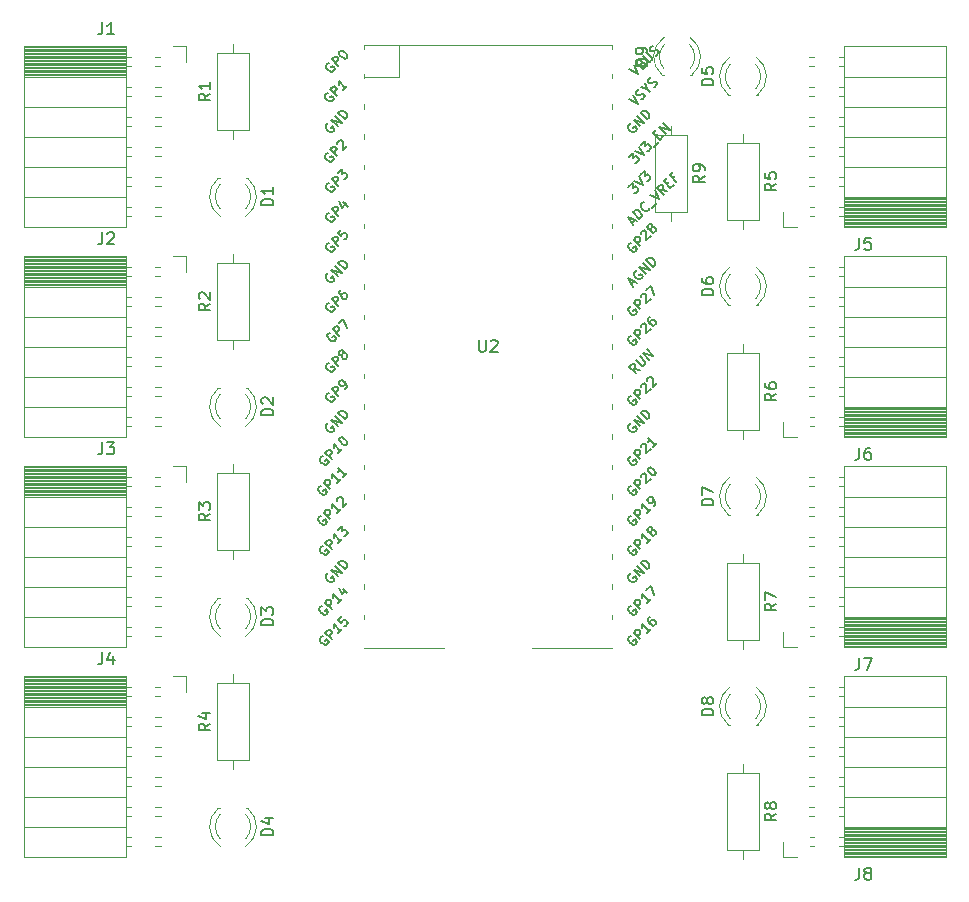
<source format=gbr>
%TF.GenerationSoftware,KiCad,Pcbnew,8.0.3*%
%TF.CreationDate,2024-07-03T23:55:26+09:00*%
%TF.ProjectId,mcu_rp2040,6d63755f-7270-4323-9034-302e6b696361,rev?*%
%TF.SameCoordinates,Original*%
%TF.FileFunction,Legend,Top*%
%TF.FilePolarity,Positive*%
%FSLAX46Y46*%
G04 Gerber Fmt 4.6, Leading zero omitted, Abs format (unit mm)*
G04 Created by KiCad (PCBNEW 8.0.3) date 2024-07-03 23:55:26*
%MOMM*%
%LPD*%
G01*
G04 APERTURE LIST*
%ADD10C,0.150000*%
%ADD11C,0.120000*%
G04 APERTURE END LIST*
D10*
X156574819Y-85968094D02*
X155574819Y-85968094D01*
X155574819Y-85968094D02*
X155574819Y-85729999D01*
X155574819Y-85729999D02*
X155622438Y-85587142D01*
X155622438Y-85587142D02*
X155717676Y-85491904D01*
X155717676Y-85491904D02*
X155812914Y-85444285D01*
X155812914Y-85444285D02*
X156003390Y-85396666D01*
X156003390Y-85396666D02*
X156146247Y-85396666D01*
X156146247Y-85396666D02*
X156336723Y-85444285D01*
X156336723Y-85444285D02*
X156431961Y-85491904D01*
X156431961Y-85491904D02*
X156527200Y-85587142D01*
X156527200Y-85587142D02*
X156574819Y-85729999D01*
X156574819Y-85729999D02*
X156574819Y-85968094D01*
X155574819Y-85063332D02*
X155574819Y-84396666D01*
X155574819Y-84396666D02*
X156574819Y-84825237D01*
X161904819Y-76506666D02*
X161428628Y-76839999D01*
X161904819Y-77078094D02*
X160904819Y-77078094D01*
X160904819Y-77078094D02*
X160904819Y-76697142D01*
X160904819Y-76697142D02*
X160952438Y-76601904D01*
X160952438Y-76601904D02*
X161000057Y-76554285D01*
X161000057Y-76554285D02*
X161095295Y-76506666D01*
X161095295Y-76506666D02*
X161238152Y-76506666D01*
X161238152Y-76506666D02*
X161333390Y-76554285D01*
X161333390Y-76554285D02*
X161381009Y-76601904D01*
X161381009Y-76601904D02*
X161428628Y-76697142D01*
X161428628Y-76697142D02*
X161428628Y-77078094D01*
X160904819Y-75649523D02*
X160904819Y-75839999D01*
X160904819Y-75839999D02*
X160952438Y-75935237D01*
X160952438Y-75935237D02*
X161000057Y-75982856D01*
X161000057Y-75982856D02*
X161142914Y-76078094D01*
X161142914Y-76078094D02*
X161333390Y-76125713D01*
X161333390Y-76125713D02*
X161714342Y-76125713D01*
X161714342Y-76125713D02*
X161809580Y-76078094D01*
X161809580Y-76078094D02*
X161857200Y-76030475D01*
X161857200Y-76030475D02*
X161904819Y-75935237D01*
X161904819Y-75935237D02*
X161904819Y-75744761D01*
X161904819Y-75744761D02*
X161857200Y-75649523D01*
X161857200Y-75649523D02*
X161809580Y-75601904D01*
X161809580Y-75601904D02*
X161714342Y-75554285D01*
X161714342Y-75554285D02*
X161476247Y-75554285D01*
X161476247Y-75554285D02*
X161381009Y-75601904D01*
X161381009Y-75601904D02*
X161333390Y-75649523D01*
X161333390Y-75649523D02*
X161285771Y-75744761D01*
X161285771Y-75744761D02*
X161285771Y-75935237D01*
X161285771Y-75935237D02*
X161333390Y-76030475D01*
X161333390Y-76030475D02*
X161381009Y-76078094D01*
X161381009Y-76078094D02*
X161476247Y-76125713D01*
X168931666Y-63324819D02*
X168931666Y-64039104D01*
X168931666Y-64039104D02*
X168884047Y-64181961D01*
X168884047Y-64181961D02*
X168788809Y-64277200D01*
X168788809Y-64277200D02*
X168645952Y-64324819D01*
X168645952Y-64324819D02*
X168550714Y-64324819D01*
X169884047Y-63324819D02*
X169407857Y-63324819D01*
X169407857Y-63324819D02*
X169360238Y-63801009D01*
X169360238Y-63801009D02*
X169407857Y-63753390D01*
X169407857Y-63753390D02*
X169503095Y-63705771D01*
X169503095Y-63705771D02*
X169741190Y-63705771D01*
X169741190Y-63705771D02*
X169836428Y-63753390D01*
X169836428Y-63753390D02*
X169884047Y-63801009D01*
X169884047Y-63801009D02*
X169931666Y-63896247D01*
X169931666Y-63896247D02*
X169931666Y-64134342D01*
X169931666Y-64134342D02*
X169884047Y-64229580D01*
X169884047Y-64229580D02*
X169836428Y-64277200D01*
X169836428Y-64277200D02*
X169741190Y-64324819D01*
X169741190Y-64324819D02*
X169503095Y-64324819D01*
X169503095Y-64324819D02*
X169407857Y-64277200D01*
X169407857Y-64277200D02*
X169360238Y-64229580D01*
X104836666Y-62864819D02*
X104836666Y-63579104D01*
X104836666Y-63579104D02*
X104789047Y-63721961D01*
X104789047Y-63721961D02*
X104693809Y-63817200D01*
X104693809Y-63817200D02*
X104550952Y-63864819D01*
X104550952Y-63864819D02*
X104455714Y-63864819D01*
X105265238Y-62960057D02*
X105312857Y-62912438D01*
X105312857Y-62912438D02*
X105408095Y-62864819D01*
X105408095Y-62864819D02*
X105646190Y-62864819D01*
X105646190Y-62864819D02*
X105741428Y-62912438D01*
X105741428Y-62912438D02*
X105789047Y-62960057D01*
X105789047Y-62960057D02*
X105836666Y-63055295D01*
X105836666Y-63055295D02*
X105836666Y-63150533D01*
X105836666Y-63150533D02*
X105789047Y-63293390D01*
X105789047Y-63293390D02*
X105217619Y-63864819D01*
X105217619Y-63864819D02*
X105836666Y-63864819D01*
X156574819Y-50408094D02*
X155574819Y-50408094D01*
X155574819Y-50408094D02*
X155574819Y-50169999D01*
X155574819Y-50169999D02*
X155622438Y-50027142D01*
X155622438Y-50027142D02*
X155717676Y-49931904D01*
X155717676Y-49931904D02*
X155812914Y-49884285D01*
X155812914Y-49884285D02*
X156003390Y-49836666D01*
X156003390Y-49836666D02*
X156146247Y-49836666D01*
X156146247Y-49836666D02*
X156336723Y-49884285D01*
X156336723Y-49884285D02*
X156431961Y-49931904D01*
X156431961Y-49931904D02*
X156527200Y-50027142D01*
X156527200Y-50027142D02*
X156574819Y-50169999D01*
X156574819Y-50169999D02*
X156574819Y-50408094D01*
X155574819Y-48931904D02*
X155574819Y-49408094D01*
X155574819Y-49408094D02*
X156051009Y-49455713D01*
X156051009Y-49455713D02*
X156003390Y-49408094D01*
X156003390Y-49408094D02*
X155955771Y-49312856D01*
X155955771Y-49312856D02*
X155955771Y-49074761D01*
X155955771Y-49074761D02*
X156003390Y-48979523D01*
X156003390Y-48979523D02*
X156051009Y-48931904D01*
X156051009Y-48931904D02*
X156146247Y-48884285D01*
X156146247Y-48884285D02*
X156384342Y-48884285D01*
X156384342Y-48884285D02*
X156479580Y-48931904D01*
X156479580Y-48931904D02*
X156527200Y-48979523D01*
X156527200Y-48979523D02*
X156574819Y-49074761D01*
X156574819Y-49074761D02*
X156574819Y-49312856D01*
X156574819Y-49312856D02*
X156527200Y-49408094D01*
X156527200Y-49408094D02*
X156479580Y-49455713D01*
X168931666Y-81104819D02*
X168931666Y-81819104D01*
X168931666Y-81819104D02*
X168884047Y-81961961D01*
X168884047Y-81961961D02*
X168788809Y-82057200D01*
X168788809Y-82057200D02*
X168645952Y-82104819D01*
X168645952Y-82104819D02*
X168550714Y-82104819D01*
X169836428Y-81104819D02*
X169645952Y-81104819D01*
X169645952Y-81104819D02*
X169550714Y-81152438D01*
X169550714Y-81152438D02*
X169503095Y-81200057D01*
X169503095Y-81200057D02*
X169407857Y-81342914D01*
X169407857Y-81342914D02*
X169360238Y-81533390D01*
X169360238Y-81533390D02*
X169360238Y-81914342D01*
X169360238Y-81914342D02*
X169407857Y-82009580D01*
X169407857Y-82009580D02*
X169455476Y-82057200D01*
X169455476Y-82057200D02*
X169550714Y-82104819D01*
X169550714Y-82104819D02*
X169741190Y-82104819D01*
X169741190Y-82104819D02*
X169836428Y-82057200D01*
X169836428Y-82057200D02*
X169884047Y-82009580D01*
X169884047Y-82009580D02*
X169931666Y-81914342D01*
X169931666Y-81914342D02*
X169931666Y-81676247D01*
X169931666Y-81676247D02*
X169884047Y-81581009D01*
X169884047Y-81581009D02*
X169836428Y-81533390D01*
X169836428Y-81533390D02*
X169741190Y-81485771D01*
X169741190Y-81485771D02*
X169550714Y-81485771D01*
X169550714Y-81485771D02*
X169455476Y-81533390D01*
X169455476Y-81533390D02*
X169407857Y-81581009D01*
X169407857Y-81581009D02*
X169360238Y-81676247D01*
X113984819Y-104446666D02*
X113508628Y-104779999D01*
X113984819Y-105018094D02*
X112984819Y-105018094D01*
X112984819Y-105018094D02*
X112984819Y-104637142D01*
X112984819Y-104637142D02*
X113032438Y-104541904D01*
X113032438Y-104541904D02*
X113080057Y-104494285D01*
X113080057Y-104494285D02*
X113175295Y-104446666D01*
X113175295Y-104446666D02*
X113318152Y-104446666D01*
X113318152Y-104446666D02*
X113413390Y-104494285D01*
X113413390Y-104494285D02*
X113461009Y-104541904D01*
X113461009Y-104541904D02*
X113508628Y-104637142D01*
X113508628Y-104637142D02*
X113508628Y-105018094D01*
X113318152Y-103589523D02*
X113984819Y-103589523D01*
X112937200Y-103827618D02*
X113651485Y-104065713D01*
X113651485Y-104065713D02*
X113651485Y-103446666D01*
X168931666Y-116664819D02*
X168931666Y-117379104D01*
X168931666Y-117379104D02*
X168884047Y-117521961D01*
X168884047Y-117521961D02*
X168788809Y-117617200D01*
X168788809Y-117617200D02*
X168645952Y-117664819D01*
X168645952Y-117664819D02*
X168550714Y-117664819D01*
X169550714Y-117093390D02*
X169455476Y-117045771D01*
X169455476Y-117045771D02*
X169407857Y-116998152D01*
X169407857Y-116998152D02*
X169360238Y-116902914D01*
X169360238Y-116902914D02*
X169360238Y-116855295D01*
X169360238Y-116855295D02*
X169407857Y-116760057D01*
X169407857Y-116760057D02*
X169455476Y-116712438D01*
X169455476Y-116712438D02*
X169550714Y-116664819D01*
X169550714Y-116664819D02*
X169741190Y-116664819D01*
X169741190Y-116664819D02*
X169836428Y-116712438D01*
X169836428Y-116712438D02*
X169884047Y-116760057D01*
X169884047Y-116760057D02*
X169931666Y-116855295D01*
X169931666Y-116855295D02*
X169931666Y-116902914D01*
X169931666Y-116902914D02*
X169884047Y-116998152D01*
X169884047Y-116998152D02*
X169836428Y-117045771D01*
X169836428Y-117045771D02*
X169741190Y-117093390D01*
X169741190Y-117093390D02*
X169550714Y-117093390D01*
X169550714Y-117093390D02*
X169455476Y-117141009D01*
X169455476Y-117141009D02*
X169407857Y-117188628D01*
X169407857Y-117188628D02*
X169360238Y-117283866D01*
X169360238Y-117283866D02*
X169360238Y-117474342D01*
X169360238Y-117474342D02*
X169407857Y-117569580D01*
X169407857Y-117569580D02*
X169455476Y-117617200D01*
X169455476Y-117617200D02*
X169550714Y-117664819D01*
X169550714Y-117664819D02*
X169741190Y-117664819D01*
X169741190Y-117664819D02*
X169836428Y-117617200D01*
X169836428Y-117617200D02*
X169884047Y-117569580D01*
X169884047Y-117569580D02*
X169931666Y-117474342D01*
X169931666Y-117474342D02*
X169931666Y-117283866D01*
X169931666Y-117283866D02*
X169884047Y-117188628D01*
X169884047Y-117188628D02*
X169836428Y-117141009D01*
X169836428Y-117141009D02*
X169741190Y-117093390D01*
X113984819Y-86666666D02*
X113508628Y-86999999D01*
X113984819Y-87238094D02*
X112984819Y-87238094D01*
X112984819Y-87238094D02*
X112984819Y-86857142D01*
X112984819Y-86857142D02*
X113032438Y-86761904D01*
X113032438Y-86761904D02*
X113080057Y-86714285D01*
X113080057Y-86714285D02*
X113175295Y-86666666D01*
X113175295Y-86666666D02*
X113318152Y-86666666D01*
X113318152Y-86666666D02*
X113413390Y-86714285D01*
X113413390Y-86714285D02*
X113461009Y-86761904D01*
X113461009Y-86761904D02*
X113508628Y-86857142D01*
X113508628Y-86857142D02*
X113508628Y-87238094D01*
X112984819Y-86333332D02*
X112984819Y-85714285D01*
X112984819Y-85714285D02*
X113365771Y-86047618D01*
X113365771Y-86047618D02*
X113365771Y-85904761D01*
X113365771Y-85904761D02*
X113413390Y-85809523D01*
X113413390Y-85809523D02*
X113461009Y-85761904D01*
X113461009Y-85761904D02*
X113556247Y-85714285D01*
X113556247Y-85714285D02*
X113794342Y-85714285D01*
X113794342Y-85714285D02*
X113889580Y-85761904D01*
X113889580Y-85761904D02*
X113937200Y-85809523D01*
X113937200Y-85809523D02*
X113984819Y-85904761D01*
X113984819Y-85904761D02*
X113984819Y-86190475D01*
X113984819Y-86190475D02*
X113937200Y-86285713D01*
X113937200Y-86285713D02*
X113889580Y-86333332D01*
X161904819Y-112066666D02*
X161428628Y-112399999D01*
X161904819Y-112638094D02*
X160904819Y-112638094D01*
X160904819Y-112638094D02*
X160904819Y-112257142D01*
X160904819Y-112257142D02*
X160952438Y-112161904D01*
X160952438Y-112161904D02*
X161000057Y-112114285D01*
X161000057Y-112114285D02*
X161095295Y-112066666D01*
X161095295Y-112066666D02*
X161238152Y-112066666D01*
X161238152Y-112066666D02*
X161333390Y-112114285D01*
X161333390Y-112114285D02*
X161381009Y-112161904D01*
X161381009Y-112161904D02*
X161428628Y-112257142D01*
X161428628Y-112257142D02*
X161428628Y-112638094D01*
X161333390Y-111495237D02*
X161285771Y-111590475D01*
X161285771Y-111590475D02*
X161238152Y-111638094D01*
X161238152Y-111638094D02*
X161142914Y-111685713D01*
X161142914Y-111685713D02*
X161095295Y-111685713D01*
X161095295Y-111685713D02*
X161000057Y-111638094D01*
X161000057Y-111638094D02*
X160952438Y-111590475D01*
X160952438Y-111590475D02*
X160904819Y-111495237D01*
X160904819Y-111495237D02*
X160904819Y-111304761D01*
X160904819Y-111304761D02*
X160952438Y-111209523D01*
X160952438Y-111209523D02*
X161000057Y-111161904D01*
X161000057Y-111161904D02*
X161095295Y-111114285D01*
X161095295Y-111114285D02*
X161142914Y-111114285D01*
X161142914Y-111114285D02*
X161238152Y-111161904D01*
X161238152Y-111161904D02*
X161285771Y-111209523D01*
X161285771Y-111209523D02*
X161333390Y-111304761D01*
X161333390Y-111304761D02*
X161333390Y-111495237D01*
X161333390Y-111495237D02*
X161381009Y-111590475D01*
X161381009Y-111590475D02*
X161428628Y-111638094D01*
X161428628Y-111638094D02*
X161523866Y-111685713D01*
X161523866Y-111685713D02*
X161714342Y-111685713D01*
X161714342Y-111685713D02*
X161809580Y-111638094D01*
X161809580Y-111638094D02*
X161857200Y-111590475D01*
X161857200Y-111590475D02*
X161904819Y-111495237D01*
X161904819Y-111495237D02*
X161904819Y-111304761D01*
X161904819Y-111304761D02*
X161857200Y-111209523D01*
X161857200Y-111209523D02*
X161809580Y-111161904D01*
X161809580Y-111161904D02*
X161714342Y-111114285D01*
X161714342Y-111114285D02*
X161523866Y-111114285D01*
X161523866Y-111114285D02*
X161428628Y-111161904D01*
X161428628Y-111161904D02*
X161381009Y-111209523D01*
X161381009Y-111209523D02*
X161333390Y-111304761D01*
X119314819Y-78348094D02*
X118314819Y-78348094D01*
X118314819Y-78348094D02*
X118314819Y-78109999D01*
X118314819Y-78109999D02*
X118362438Y-77967142D01*
X118362438Y-77967142D02*
X118457676Y-77871904D01*
X118457676Y-77871904D02*
X118552914Y-77824285D01*
X118552914Y-77824285D02*
X118743390Y-77776666D01*
X118743390Y-77776666D02*
X118886247Y-77776666D01*
X118886247Y-77776666D02*
X119076723Y-77824285D01*
X119076723Y-77824285D02*
X119171961Y-77871904D01*
X119171961Y-77871904D02*
X119267200Y-77967142D01*
X119267200Y-77967142D02*
X119314819Y-78109999D01*
X119314819Y-78109999D02*
X119314819Y-78348094D01*
X118410057Y-77395713D02*
X118362438Y-77348094D01*
X118362438Y-77348094D02*
X118314819Y-77252856D01*
X118314819Y-77252856D02*
X118314819Y-77014761D01*
X118314819Y-77014761D02*
X118362438Y-76919523D01*
X118362438Y-76919523D02*
X118410057Y-76871904D01*
X118410057Y-76871904D02*
X118505295Y-76824285D01*
X118505295Y-76824285D02*
X118600533Y-76824285D01*
X118600533Y-76824285D02*
X118743390Y-76871904D01*
X118743390Y-76871904D02*
X119314819Y-77443332D01*
X119314819Y-77443332D02*
X119314819Y-76824285D01*
X104836666Y-80644819D02*
X104836666Y-81359104D01*
X104836666Y-81359104D02*
X104789047Y-81501961D01*
X104789047Y-81501961D02*
X104693809Y-81597200D01*
X104693809Y-81597200D02*
X104550952Y-81644819D01*
X104550952Y-81644819D02*
X104455714Y-81644819D01*
X105217619Y-80644819D02*
X105836666Y-80644819D01*
X105836666Y-80644819D02*
X105503333Y-81025771D01*
X105503333Y-81025771D02*
X105646190Y-81025771D01*
X105646190Y-81025771D02*
X105741428Y-81073390D01*
X105741428Y-81073390D02*
X105789047Y-81121009D01*
X105789047Y-81121009D02*
X105836666Y-81216247D01*
X105836666Y-81216247D02*
X105836666Y-81454342D01*
X105836666Y-81454342D02*
X105789047Y-81549580D01*
X105789047Y-81549580D02*
X105741428Y-81597200D01*
X105741428Y-81597200D02*
X105646190Y-81644819D01*
X105646190Y-81644819D02*
X105360476Y-81644819D01*
X105360476Y-81644819D02*
X105265238Y-81597200D01*
X105265238Y-81597200D02*
X105217619Y-81549580D01*
X136728095Y-71984819D02*
X136728095Y-72794342D01*
X136728095Y-72794342D02*
X136775714Y-72889580D01*
X136775714Y-72889580D02*
X136823333Y-72937200D01*
X136823333Y-72937200D02*
X136918571Y-72984819D01*
X136918571Y-72984819D02*
X137109047Y-72984819D01*
X137109047Y-72984819D02*
X137204285Y-72937200D01*
X137204285Y-72937200D02*
X137251904Y-72889580D01*
X137251904Y-72889580D02*
X137299523Y-72794342D01*
X137299523Y-72794342D02*
X137299523Y-71984819D01*
X137728095Y-72080057D02*
X137775714Y-72032438D01*
X137775714Y-72032438D02*
X137870952Y-71984819D01*
X137870952Y-71984819D02*
X138109047Y-71984819D01*
X138109047Y-71984819D02*
X138204285Y-72032438D01*
X138204285Y-72032438D02*
X138251904Y-72080057D01*
X138251904Y-72080057D02*
X138299523Y-72175295D01*
X138299523Y-72175295D02*
X138299523Y-72270533D01*
X138299523Y-72270533D02*
X138251904Y-72413390D01*
X138251904Y-72413390D02*
X137680476Y-72984819D01*
X137680476Y-72984819D02*
X138299523Y-72984819D01*
X149645064Y-62064049D02*
X149914438Y-61794675D01*
X149752813Y-62279549D02*
X149375690Y-61525301D01*
X149375690Y-61525301D02*
X150129937Y-61902425D01*
X150318499Y-61713863D02*
X149752813Y-61148178D01*
X149752813Y-61148178D02*
X149887500Y-61013491D01*
X149887500Y-61013491D02*
X149995250Y-60959616D01*
X149995250Y-60959616D02*
X150102999Y-60959616D01*
X150102999Y-60959616D02*
X150183812Y-60986553D01*
X150183812Y-60986553D02*
X150318499Y-61067366D01*
X150318499Y-61067366D02*
X150399311Y-61148178D01*
X150399311Y-61148178D02*
X150480123Y-61282865D01*
X150480123Y-61282865D02*
X150507060Y-61363677D01*
X150507060Y-61363677D02*
X150507060Y-61471427D01*
X150507060Y-61471427D02*
X150453186Y-61579176D01*
X150453186Y-61579176D02*
X150318499Y-61713863D01*
X151153558Y-60771054D02*
X151153558Y-60824929D01*
X151153558Y-60824929D02*
X151099683Y-60932679D01*
X151099683Y-60932679D02*
X151045808Y-60986553D01*
X151045808Y-60986553D02*
X150938059Y-61040428D01*
X150938059Y-61040428D02*
X150830309Y-61040428D01*
X150830309Y-61040428D02*
X150749497Y-61013491D01*
X150749497Y-61013491D02*
X150614810Y-60932679D01*
X150614810Y-60932679D02*
X150533998Y-60851866D01*
X150533998Y-60851866D02*
X150453186Y-60717179D01*
X150453186Y-60717179D02*
X150426248Y-60636367D01*
X150426248Y-60636367D02*
X150426248Y-60528618D01*
X150426248Y-60528618D02*
X150480123Y-60420868D01*
X150480123Y-60420868D02*
X150533998Y-60366993D01*
X150533998Y-60366993D02*
X150641747Y-60313118D01*
X150641747Y-60313118D02*
X150695622Y-60313118D01*
X151369057Y-60771054D02*
X151800056Y-60340056D01*
X151234370Y-59666621D02*
X151988618Y-60043744D01*
X151988618Y-60043744D02*
X151611494Y-59289497D01*
X152688990Y-59343372D02*
X152231054Y-59262560D01*
X152365741Y-59666621D02*
X151800056Y-59100935D01*
X151800056Y-59100935D02*
X152015555Y-58885436D01*
X152015555Y-58885436D02*
X152096367Y-58858499D01*
X152096367Y-58858499D02*
X152150242Y-58858499D01*
X152150242Y-58858499D02*
X152231054Y-58885436D01*
X152231054Y-58885436D02*
X152311866Y-58966248D01*
X152311866Y-58966248D02*
X152338804Y-59047061D01*
X152338804Y-59047061D02*
X152338804Y-59100935D01*
X152338804Y-59100935D02*
X152311866Y-59181748D01*
X152311866Y-59181748D02*
X152096367Y-59397247D01*
X152635115Y-58804624D02*
X152823677Y-58616062D01*
X153200800Y-58831561D02*
X152931426Y-59100935D01*
X152931426Y-59100935D02*
X152365741Y-58535250D01*
X152365741Y-58535250D02*
X152635115Y-58265876D01*
X153335488Y-58104251D02*
X153146926Y-58292813D01*
X153443237Y-58589125D02*
X152877552Y-58023439D01*
X152877552Y-58023439D02*
X153146926Y-57754065D01*
X149587998Y-84350868D02*
X149507185Y-84377805D01*
X149507185Y-84377805D02*
X149426373Y-84458618D01*
X149426373Y-84458618D02*
X149372498Y-84566367D01*
X149372498Y-84566367D02*
X149372498Y-84674117D01*
X149372498Y-84674117D02*
X149399436Y-84754929D01*
X149399436Y-84754929D02*
X149480248Y-84889616D01*
X149480248Y-84889616D02*
X149561060Y-84970428D01*
X149561060Y-84970428D02*
X149695747Y-85051241D01*
X149695747Y-85051241D02*
X149776560Y-85078178D01*
X149776560Y-85078178D02*
X149884309Y-85078178D01*
X149884309Y-85078178D02*
X149992059Y-85024303D01*
X149992059Y-85024303D02*
X150045934Y-84970428D01*
X150045934Y-84970428D02*
X150099808Y-84862679D01*
X150099808Y-84862679D02*
X150099808Y-84808804D01*
X150099808Y-84808804D02*
X149911247Y-84620242D01*
X149911247Y-84620242D02*
X149803497Y-84727992D01*
X150396120Y-84620242D02*
X149830434Y-84054557D01*
X149830434Y-84054557D02*
X150045934Y-83839057D01*
X150045934Y-83839057D02*
X150126746Y-83812120D01*
X150126746Y-83812120D02*
X150180621Y-83812120D01*
X150180621Y-83812120D02*
X150261433Y-83839057D01*
X150261433Y-83839057D02*
X150342245Y-83919870D01*
X150342245Y-83919870D02*
X150369182Y-84000682D01*
X150369182Y-84000682D02*
X150369182Y-84054557D01*
X150369182Y-84054557D02*
X150342245Y-84135369D01*
X150342245Y-84135369D02*
X150126746Y-84350868D01*
X150423057Y-83569683D02*
X150423057Y-83515809D01*
X150423057Y-83515809D02*
X150449995Y-83434996D01*
X150449995Y-83434996D02*
X150584682Y-83300309D01*
X150584682Y-83300309D02*
X150665494Y-83273372D01*
X150665494Y-83273372D02*
X150719369Y-83273372D01*
X150719369Y-83273372D02*
X150800181Y-83300309D01*
X150800181Y-83300309D02*
X150854056Y-83354184D01*
X150854056Y-83354184D02*
X150907930Y-83461934D01*
X150907930Y-83461934D02*
X150907930Y-84108431D01*
X150907930Y-84108431D02*
X151258117Y-83758245D01*
X151042618Y-82842373D02*
X151096492Y-82788499D01*
X151096492Y-82788499D02*
X151177305Y-82761561D01*
X151177305Y-82761561D02*
X151231179Y-82761561D01*
X151231179Y-82761561D02*
X151311992Y-82788499D01*
X151311992Y-82788499D02*
X151446679Y-82869311D01*
X151446679Y-82869311D02*
X151581366Y-83003998D01*
X151581366Y-83003998D02*
X151662178Y-83138685D01*
X151662178Y-83138685D02*
X151689115Y-83219497D01*
X151689115Y-83219497D02*
X151689115Y-83273372D01*
X151689115Y-83273372D02*
X151662178Y-83354184D01*
X151662178Y-83354184D02*
X151608303Y-83408059D01*
X151608303Y-83408059D02*
X151527491Y-83434996D01*
X151527491Y-83434996D02*
X151473616Y-83434996D01*
X151473616Y-83434996D02*
X151392804Y-83408059D01*
X151392804Y-83408059D02*
X151258117Y-83327247D01*
X151258117Y-83327247D02*
X151123430Y-83192560D01*
X151123430Y-83192560D02*
X151042618Y-83057873D01*
X151042618Y-83057873D02*
X151015680Y-82977060D01*
X151015680Y-82977060D02*
X151015680Y-82923186D01*
X151015680Y-82923186D02*
X151042618Y-82842373D01*
X149576435Y-91728431D02*
X149495623Y-91755368D01*
X149495623Y-91755368D02*
X149414811Y-91836180D01*
X149414811Y-91836180D02*
X149360936Y-91943930D01*
X149360936Y-91943930D02*
X149360936Y-92051680D01*
X149360936Y-92051680D02*
X149387873Y-92132492D01*
X149387873Y-92132492D02*
X149468685Y-92267179D01*
X149468685Y-92267179D02*
X149549498Y-92347991D01*
X149549498Y-92347991D02*
X149684185Y-92428803D01*
X149684185Y-92428803D02*
X149764997Y-92455741D01*
X149764997Y-92455741D02*
X149872746Y-92455741D01*
X149872746Y-92455741D02*
X149980496Y-92401866D01*
X149980496Y-92401866D02*
X150034371Y-92347991D01*
X150034371Y-92347991D02*
X150088246Y-92240241D01*
X150088246Y-92240241D02*
X150088246Y-92186367D01*
X150088246Y-92186367D02*
X149899684Y-91997805D01*
X149899684Y-91997805D02*
X149791934Y-92105554D01*
X150384557Y-91997805D02*
X149818872Y-91432119D01*
X149818872Y-91432119D02*
X150707806Y-91674556D01*
X150707806Y-91674556D02*
X150142120Y-91108871D01*
X150977180Y-91405182D02*
X150411494Y-90839497D01*
X150411494Y-90839497D02*
X150546181Y-90704810D01*
X150546181Y-90704810D02*
X150653931Y-90650935D01*
X150653931Y-90650935D02*
X150761680Y-90650935D01*
X150761680Y-90650935D02*
X150842493Y-90677872D01*
X150842493Y-90677872D02*
X150977180Y-90758685D01*
X150977180Y-90758685D02*
X151057992Y-90839497D01*
X151057992Y-90839497D02*
X151138804Y-90974184D01*
X151138804Y-90974184D02*
X151165741Y-91054996D01*
X151165741Y-91054996D02*
X151165741Y-91162746D01*
X151165741Y-91162746D02*
X151111867Y-91270495D01*
X151111867Y-91270495D02*
X150977180Y-91405182D01*
X124003372Y-63761494D02*
X123922560Y-63788431D01*
X123922560Y-63788431D02*
X123841748Y-63869243D01*
X123841748Y-63869243D02*
X123787873Y-63976993D01*
X123787873Y-63976993D02*
X123787873Y-64084742D01*
X123787873Y-64084742D02*
X123814810Y-64165555D01*
X123814810Y-64165555D02*
X123895623Y-64300242D01*
X123895623Y-64300242D02*
X123976435Y-64381054D01*
X123976435Y-64381054D02*
X124111122Y-64461866D01*
X124111122Y-64461866D02*
X124191934Y-64488803D01*
X124191934Y-64488803D02*
X124299684Y-64488803D01*
X124299684Y-64488803D02*
X124407433Y-64434929D01*
X124407433Y-64434929D02*
X124461308Y-64381054D01*
X124461308Y-64381054D02*
X124515183Y-64273304D01*
X124515183Y-64273304D02*
X124515183Y-64219429D01*
X124515183Y-64219429D02*
X124326621Y-64030868D01*
X124326621Y-64030868D02*
X124218871Y-64138617D01*
X124811494Y-64030868D02*
X124245809Y-63465182D01*
X124245809Y-63465182D02*
X124461308Y-63249683D01*
X124461308Y-63249683D02*
X124542120Y-63222746D01*
X124542120Y-63222746D02*
X124595995Y-63222746D01*
X124595995Y-63222746D02*
X124676807Y-63249683D01*
X124676807Y-63249683D02*
X124757619Y-63330495D01*
X124757619Y-63330495D02*
X124784557Y-63411307D01*
X124784557Y-63411307D02*
X124784557Y-63465182D01*
X124784557Y-63465182D02*
X124757619Y-63545994D01*
X124757619Y-63545994D02*
X124542120Y-63761494D01*
X125080868Y-62630123D02*
X124811494Y-62899497D01*
X124811494Y-62899497D02*
X125053931Y-63195808D01*
X125053931Y-63195808D02*
X125053931Y-63141933D01*
X125053931Y-63141933D02*
X125080868Y-63061121D01*
X125080868Y-63061121D02*
X125215555Y-62926434D01*
X125215555Y-62926434D02*
X125296367Y-62899497D01*
X125296367Y-62899497D02*
X125350242Y-62899497D01*
X125350242Y-62899497D02*
X125431054Y-62926434D01*
X125431054Y-62926434D02*
X125565741Y-63061121D01*
X125565741Y-63061121D02*
X125592679Y-63141933D01*
X125592679Y-63141933D02*
X125592679Y-63195808D01*
X125592679Y-63195808D02*
X125565741Y-63276620D01*
X125565741Y-63276620D02*
X125431054Y-63411307D01*
X125431054Y-63411307D02*
X125350242Y-63438245D01*
X125350242Y-63438245D02*
X125296367Y-63438245D01*
X124003372Y-48521494D02*
X123922560Y-48548431D01*
X123922560Y-48548431D02*
X123841748Y-48629243D01*
X123841748Y-48629243D02*
X123787873Y-48736993D01*
X123787873Y-48736993D02*
X123787873Y-48844742D01*
X123787873Y-48844742D02*
X123814810Y-48925555D01*
X123814810Y-48925555D02*
X123895623Y-49060242D01*
X123895623Y-49060242D02*
X123976435Y-49141054D01*
X123976435Y-49141054D02*
X124111122Y-49221866D01*
X124111122Y-49221866D02*
X124191934Y-49248803D01*
X124191934Y-49248803D02*
X124299684Y-49248803D01*
X124299684Y-49248803D02*
X124407433Y-49194929D01*
X124407433Y-49194929D02*
X124461308Y-49141054D01*
X124461308Y-49141054D02*
X124515183Y-49033304D01*
X124515183Y-49033304D02*
X124515183Y-48979429D01*
X124515183Y-48979429D02*
X124326621Y-48790868D01*
X124326621Y-48790868D02*
X124218871Y-48898617D01*
X124811494Y-48790868D02*
X124245809Y-48225182D01*
X124245809Y-48225182D02*
X124461308Y-48009683D01*
X124461308Y-48009683D02*
X124542120Y-47982746D01*
X124542120Y-47982746D02*
X124595995Y-47982746D01*
X124595995Y-47982746D02*
X124676807Y-48009683D01*
X124676807Y-48009683D02*
X124757619Y-48090495D01*
X124757619Y-48090495D02*
X124784557Y-48171307D01*
X124784557Y-48171307D02*
X124784557Y-48225182D01*
X124784557Y-48225182D02*
X124757619Y-48305994D01*
X124757619Y-48305994D02*
X124542120Y-48521494D01*
X124919244Y-47551747D02*
X124973119Y-47497872D01*
X124973119Y-47497872D02*
X125053931Y-47470935D01*
X125053931Y-47470935D02*
X125107806Y-47470935D01*
X125107806Y-47470935D02*
X125188618Y-47497872D01*
X125188618Y-47497872D02*
X125323305Y-47578685D01*
X125323305Y-47578685D02*
X125457992Y-47713372D01*
X125457992Y-47713372D02*
X125538804Y-47848059D01*
X125538804Y-47848059D02*
X125565741Y-47928871D01*
X125565741Y-47928871D02*
X125565741Y-47982746D01*
X125565741Y-47982746D02*
X125538804Y-48063558D01*
X125538804Y-48063558D02*
X125484929Y-48117433D01*
X125484929Y-48117433D02*
X125404117Y-48144370D01*
X125404117Y-48144370D02*
X125350242Y-48144370D01*
X125350242Y-48144370D02*
X125269430Y-48117433D01*
X125269430Y-48117433D02*
X125134743Y-48036620D01*
X125134743Y-48036620D02*
X125000056Y-47901933D01*
X125000056Y-47901933D02*
X124919244Y-47767246D01*
X124919244Y-47767246D02*
X124892306Y-47686434D01*
X124892306Y-47686434D02*
X124892306Y-47632559D01*
X124892306Y-47632559D02*
X124919244Y-47551747D01*
X149587998Y-94510868D02*
X149507185Y-94537805D01*
X149507185Y-94537805D02*
X149426373Y-94618618D01*
X149426373Y-94618618D02*
X149372498Y-94726367D01*
X149372498Y-94726367D02*
X149372498Y-94834117D01*
X149372498Y-94834117D02*
X149399436Y-94914929D01*
X149399436Y-94914929D02*
X149480248Y-95049616D01*
X149480248Y-95049616D02*
X149561060Y-95130428D01*
X149561060Y-95130428D02*
X149695747Y-95211241D01*
X149695747Y-95211241D02*
X149776560Y-95238178D01*
X149776560Y-95238178D02*
X149884309Y-95238178D01*
X149884309Y-95238178D02*
X149992059Y-95184303D01*
X149992059Y-95184303D02*
X150045934Y-95130428D01*
X150045934Y-95130428D02*
X150099808Y-95022679D01*
X150099808Y-95022679D02*
X150099808Y-94968804D01*
X150099808Y-94968804D02*
X149911247Y-94780242D01*
X149911247Y-94780242D02*
X149803497Y-94887992D01*
X150396120Y-94780242D02*
X149830434Y-94214557D01*
X149830434Y-94214557D02*
X150045934Y-93999057D01*
X150045934Y-93999057D02*
X150126746Y-93972120D01*
X150126746Y-93972120D02*
X150180621Y-93972120D01*
X150180621Y-93972120D02*
X150261433Y-93999057D01*
X150261433Y-93999057D02*
X150342245Y-94079870D01*
X150342245Y-94079870D02*
X150369182Y-94160682D01*
X150369182Y-94160682D02*
X150369182Y-94214557D01*
X150369182Y-94214557D02*
X150342245Y-94295369D01*
X150342245Y-94295369D02*
X150126746Y-94510868D01*
X151258117Y-93918245D02*
X150934868Y-94241494D01*
X151096492Y-94079870D02*
X150530807Y-93514184D01*
X150530807Y-93514184D02*
X150557744Y-93648871D01*
X150557744Y-93648871D02*
X150557744Y-93756621D01*
X150557744Y-93756621D02*
X150530807Y-93837433D01*
X150880993Y-93163998D02*
X151258117Y-92786874D01*
X151258117Y-92786874D02*
X151581366Y-93594996D01*
X124003372Y-76461494D02*
X123922560Y-76488431D01*
X123922560Y-76488431D02*
X123841748Y-76569243D01*
X123841748Y-76569243D02*
X123787873Y-76676993D01*
X123787873Y-76676993D02*
X123787873Y-76784742D01*
X123787873Y-76784742D02*
X123814810Y-76865555D01*
X123814810Y-76865555D02*
X123895623Y-77000242D01*
X123895623Y-77000242D02*
X123976435Y-77081054D01*
X123976435Y-77081054D02*
X124111122Y-77161866D01*
X124111122Y-77161866D02*
X124191934Y-77188803D01*
X124191934Y-77188803D02*
X124299684Y-77188803D01*
X124299684Y-77188803D02*
X124407433Y-77134929D01*
X124407433Y-77134929D02*
X124461308Y-77081054D01*
X124461308Y-77081054D02*
X124515183Y-76973304D01*
X124515183Y-76973304D02*
X124515183Y-76919429D01*
X124515183Y-76919429D02*
X124326621Y-76730868D01*
X124326621Y-76730868D02*
X124218871Y-76838617D01*
X124811494Y-76730868D02*
X124245809Y-76165182D01*
X124245809Y-76165182D02*
X124461308Y-75949683D01*
X124461308Y-75949683D02*
X124542120Y-75922746D01*
X124542120Y-75922746D02*
X124595995Y-75922746D01*
X124595995Y-75922746D02*
X124676807Y-75949683D01*
X124676807Y-75949683D02*
X124757619Y-76030495D01*
X124757619Y-76030495D02*
X124784557Y-76111307D01*
X124784557Y-76111307D02*
X124784557Y-76165182D01*
X124784557Y-76165182D02*
X124757619Y-76245994D01*
X124757619Y-76245994D02*
X124542120Y-76461494D01*
X125404117Y-76138245D02*
X125511867Y-76030495D01*
X125511867Y-76030495D02*
X125538804Y-75949683D01*
X125538804Y-75949683D02*
X125538804Y-75895808D01*
X125538804Y-75895808D02*
X125511867Y-75761121D01*
X125511867Y-75761121D02*
X125431054Y-75626434D01*
X125431054Y-75626434D02*
X125215555Y-75410935D01*
X125215555Y-75410935D02*
X125134743Y-75383998D01*
X125134743Y-75383998D02*
X125080868Y-75383998D01*
X125080868Y-75383998D02*
X125000056Y-75410935D01*
X125000056Y-75410935D02*
X124892306Y-75518685D01*
X124892306Y-75518685D02*
X124865369Y-75599497D01*
X124865369Y-75599497D02*
X124865369Y-75653372D01*
X124865369Y-75653372D02*
X124892306Y-75734184D01*
X124892306Y-75734184D02*
X125026993Y-75868871D01*
X125026993Y-75868871D02*
X125107806Y-75895808D01*
X125107806Y-75895808D02*
X125161680Y-75895808D01*
X125161680Y-75895808D02*
X125242493Y-75868871D01*
X125242493Y-75868871D02*
X125350242Y-75761121D01*
X125350242Y-75761121D02*
X125377180Y-75680309D01*
X125377180Y-75680309D02*
X125377180Y-75626434D01*
X125377180Y-75626434D02*
X125350242Y-75545622D01*
X123333998Y-86890868D02*
X123253185Y-86917805D01*
X123253185Y-86917805D02*
X123172373Y-86998618D01*
X123172373Y-86998618D02*
X123118498Y-87106367D01*
X123118498Y-87106367D02*
X123118498Y-87214117D01*
X123118498Y-87214117D02*
X123145436Y-87294929D01*
X123145436Y-87294929D02*
X123226248Y-87429616D01*
X123226248Y-87429616D02*
X123307060Y-87510428D01*
X123307060Y-87510428D02*
X123441747Y-87591241D01*
X123441747Y-87591241D02*
X123522560Y-87618178D01*
X123522560Y-87618178D02*
X123630309Y-87618178D01*
X123630309Y-87618178D02*
X123738059Y-87564303D01*
X123738059Y-87564303D02*
X123791934Y-87510428D01*
X123791934Y-87510428D02*
X123845808Y-87402679D01*
X123845808Y-87402679D02*
X123845808Y-87348804D01*
X123845808Y-87348804D02*
X123657247Y-87160242D01*
X123657247Y-87160242D02*
X123549497Y-87267992D01*
X124142120Y-87160242D02*
X123576434Y-86594557D01*
X123576434Y-86594557D02*
X123791934Y-86379057D01*
X123791934Y-86379057D02*
X123872746Y-86352120D01*
X123872746Y-86352120D02*
X123926621Y-86352120D01*
X123926621Y-86352120D02*
X124007433Y-86379057D01*
X124007433Y-86379057D02*
X124088245Y-86459870D01*
X124088245Y-86459870D02*
X124115182Y-86540682D01*
X124115182Y-86540682D02*
X124115182Y-86594557D01*
X124115182Y-86594557D02*
X124088245Y-86675369D01*
X124088245Y-86675369D02*
X123872746Y-86890868D01*
X125004117Y-86298245D02*
X124680868Y-86621494D01*
X124842492Y-86459870D02*
X124276807Y-85894184D01*
X124276807Y-85894184D02*
X124303744Y-86028871D01*
X124303744Y-86028871D02*
X124303744Y-86136621D01*
X124303744Y-86136621D02*
X124276807Y-86217433D01*
X124707805Y-85570935D02*
X124707805Y-85517060D01*
X124707805Y-85517060D02*
X124734743Y-85436248D01*
X124734743Y-85436248D02*
X124869430Y-85301561D01*
X124869430Y-85301561D02*
X124950242Y-85274624D01*
X124950242Y-85274624D02*
X125004117Y-85274624D01*
X125004117Y-85274624D02*
X125084929Y-85301561D01*
X125084929Y-85301561D02*
X125138804Y-85355436D01*
X125138804Y-85355436D02*
X125192679Y-85463186D01*
X125192679Y-85463186D02*
X125192679Y-86109683D01*
X125192679Y-86109683D02*
X125542865Y-85759497D01*
X124003372Y-73921494D02*
X123922560Y-73948431D01*
X123922560Y-73948431D02*
X123841748Y-74029243D01*
X123841748Y-74029243D02*
X123787873Y-74136993D01*
X123787873Y-74136993D02*
X123787873Y-74244742D01*
X123787873Y-74244742D02*
X123814810Y-74325555D01*
X123814810Y-74325555D02*
X123895623Y-74460242D01*
X123895623Y-74460242D02*
X123976435Y-74541054D01*
X123976435Y-74541054D02*
X124111122Y-74621866D01*
X124111122Y-74621866D02*
X124191934Y-74648803D01*
X124191934Y-74648803D02*
X124299684Y-74648803D01*
X124299684Y-74648803D02*
X124407433Y-74594929D01*
X124407433Y-74594929D02*
X124461308Y-74541054D01*
X124461308Y-74541054D02*
X124515183Y-74433304D01*
X124515183Y-74433304D02*
X124515183Y-74379429D01*
X124515183Y-74379429D02*
X124326621Y-74190868D01*
X124326621Y-74190868D02*
X124218871Y-74298617D01*
X124811494Y-74190868D02*
X124245809Y-73625182D01*
X124245809Y-73625182D02*
X124461308Y-73409683D01*
X124461308Y-73409683D02*
X124542120Y-73382746D01*
X124542120Y-73382746D02*
X124595995Y-73382746D01*
X124595995Y-73382746D02*
X124676807Y-73409683D01*
X124676807Y-73409683D02*
X124757619Y-73490495D01*
X124757619Y-73490495D02*
X124784557Y-73571307D01*
X124784557Y-73571307D02*
X124784557Y-73625182D01*
X124784557Y-73625182D02*
X124757619Y-73705994D01*
X124757619Y-73705994D02*
X124542120Y-73921494D01*
X125134743Y-73221121D02*
X125053931Y-73248059D01*
X125053931Y-73248059D02*
X125000056Y-73248059D01*
X125000056Y-73248059D02*
X124919244Y-73221121D01*
X124919244Y-73221121D02*
X124892306Y-73194184D01*
X124892306Y-73194184D02*
X124865369Y-73113372D01*
X124865369Y-73113372D02*
X124865369Y-73059497D01*
X124865369Y-73059497D02*
X124892306Y-72978685D01*
X124892306Y-72978685D02*
X125000056Y-72870935D01*
X125000056Y-72870935D02*
X125080868Y-72843998D01*
X125080868Y-72843998D02*
X125134743Y-72843998D01*
X125134743Y-72843998D02*
X125215555Y-72870935D01*
X125215555Y-72870935D02*
X125242493Y-72897872D01*
X125242493Y-72897872D02*
X125269430Y-72978685D01*
X125269430Y-72978685D02*
X125269430Y-73032559D01*
X125269430Y-73032559D02*
X125242493Y-73113372D01*
X125242493Y-73113372D02*
X125134743Y-73221121D01*
X125134743Y-73221121D02*
X125107806Y-73301933D01*
X125107806Y-73301933D02*
X125107806Y-73355808D01*
X125107806Y-73355808D02*
X125134743Y-73436620D01*
X125134743Y-73436620D02*
X125242493Y-73544370D01*
X125242493Y-73544370D02*
X125323305Y-73571307D01*
X125323305Y-73571307D02*
X125377180Y-73571307D01*
X125377180Y-73571307D02*
X125457992Y-73544370D01*
X125457992Y-73544370D02*
X125565741Y-73436620D01*
X125565741Y-73436620D02*
X125592679Y-73355808D01*
X125592679Y-73355808D02*
X125592679Y-73301933D01*
X125592679Y-73301933D02*
X125565741Y-73221121D01*
X125565741Y-73221121D02*
X125457992Y-73113372D01*
X125457992Y-73113372D02*
X125377180Y-73086434D01*
X125377180Y-73086434D02*
X125323305Y-73086434D01*
X125323305Y-73086434D02*
X125242493Y-73113372D01*
X124103372Y-71351494D02*
X124022560Y-71378431D01*
X124022560Y-71378431D02*
X123941748Y-71459243D01*
X123941748Y-71459243D02*
X123887873Y-71566993D01*
X123887873Y-71566993D02*
X123887873Y-71674742D01*
X123887873Y-71674742D02*
X123914810Y-71755555D01*
X123914810Y-71755555D02*
X123995623Y-71890242D01*
X123995623Y-71890242D02*
X124076435Y-71971054D01*
X124076435Y-71971054D02*
X124211122Y-72051866D01*
X124211122Y-72051866D02*
X124291934Y-72078803D01*
X124291934Y-72078803D02*
X124399684Y-72078803D01*
X124399684Y-72078803D02*
X124507433Y-72024929D01*
X124507433Y-72024929D02*
X124561308Y-71971054D01*
X124561308Y-71971054D02*
X124615183Y-71863304D01*
X124615183Y-71863304D02*
X124615183Y-71809429D01*
X124615183Y-71809429D02*
X124426621Y-71620868D01*
X124426621Y-71620868D02*
X124318871Y-71728617D01*
X124911494Y-71620868D02*
X124345809Y-71055182D01*
X124345809Y-71055182D02*
X124561308Y-70839683D01*
X124561308Y-70839683D02*
X124642120Y-70812746D01*
X124642120Y-70812746D02*
X124695995Y-70812746D01*
X124695995Y-70812746D02*
X124776807Y-70839683D01*
X124776807Y-70839683D02*
X124857619Y-70920495D01*
X124857619Y-70920495D02*
X124884557Y-71001307D01*
X124884557Y-71001307D02*
X124884557Y-71055182D01*
X124884557Y-71055182D02*
X124857619Y-71135994D01*
X124857619Y-71135994D02*
X124642120Y-71351494D01*
X124857619Y-70543372D02*
X125234743Y-70166248D01*
X125234743Y-70166248D02*
X125557992Y-70974370D01*
X123976435Y-66328431D02*
X123895623Y-66355368D01*
X123895623Y-66355368D02*
X123814811Y-66436180D01*
X123814811Y-66436180D02*
X123760936Y-66543930D01*
X123760936Y-66543930D02*
X123760936Y-66651680D01*
X123760936Y-66651680D02*
X123787873Y-66732492D01*
X123787873Y-66732492D02*
X123868685Y-66867179D01*
X123868685Y-66867179D02*
X123949498Y-66947991D01*
X123949498Y-66947991D02*
X124084185Y-67028803D01*
X124084185Y-67028803D02*
X124164997Y-67055741D01*
X124164997Y-67055741D02*
X124272746Y-67055741D01*
X124272746Y-67055741D02*
X124380496Y-67001866D01*
X124380496Y-67001866D02*
X124434371Y-66947991D01*
X124434371Y-66947991D02*
X124488246Y-66840241D01*
X124488246Y-66840241D02*
X124488246Y-66786367D01*
X124488246Y-66786367D02*
X124299684Y-66597805D01*
X124299684Y-66597805D02*
X124191934Y-66705554D01*
X124784557Y-66597805D02*
X124218872Y-66032119D01*
X124218872Y-66032119D02*
X125107806Y-66274556D01*
X125107806Y-66274556D02*
X124542120Y-65708871D01*
X125377180Y-66005182D02*
X124811494Y-65439497D01*
X124811494Y-65439497D02*
X124946181Y-65304810D01*
X124946181Y-65304810D02*
X125053931Y-65250935D01*
X125053931Y-65250935D02*
X125161680Y-65250935D01*
X125161680Y-65250935D02*
X125242493Y-65277872D01*
X125242493Y-65277872D02*
X125377180Y-65358685D01*
X125377180Y-65358685D02*
X125457992Y-65439497D01*
X125457992Y-65439497D02*
X125538804Y-65574184D01*
X125538804Y-65574184D02*
X125565741Y-65654996D01*
X125565741Y-65654996D02*
X125565741Y-65762746D01*
X125565741Y-65762746D02*
X125511867Y-65870495D01*
X125511867Y-65870495D02*
X125377180Y-66005182D01*
X123976435Y-79028431D02*
X123895623Y-79055368D01*
X123895623Y-79055368D02*
X123814811Y-79136180D01*
X123814811Y-79136180D02*
X123760936Y-79243930D01*
X123760936Y-79243930D02*
X123760936Y-79351680D01*
X123760936Y-79351680D02*
X123787873Y-79432492D01*
X123787873Y-79432492D02*
X123868685Y-79567179D01*
X123868685Y-79567179D02*
X123949498Y-79647991D01*
X123949498Y-79647991D02*
X124084185Y-79728803D01*
X124084185Y-79728803D02*
X124164997Y-79755741D01*
X124164997Y-79755741D02*
X124272746Y-79755741D01*
X124272746Y-79755741D02*
X124380496Y-79701866D01*
X124380496Y-79701866D02*
X124434371Y-79647991D01*
X124434371Y-79647991D02*
X124488246Y-79540241D01*
X124488246Y-79540241D02*
X124488246Y-79486367D01*
X124488246Y-79486367D02*
X124299684Y-79297805D01*
X124299684Y-79297805D02*
X124191934Y-79405554D01*
X124784557Y-79297805D02*
X124218872Y-78732119D01*
X124218872Y-78732119D02*
X125107806Y-78974556D01*
X125107806Y-78974556D02*
X124542120Y-78408871D01*
X125377180Y-78705182D02*
X124811494Y-78139497D01*
X124811494Y-78139497D02*
X124946181Y-78004810D01*
X124946181Y-78004810D02*
X125053931Y-77950935D01*
X125053931Y-77950935D02*
X125161680Y-77950935D01*
X125161680Y-77950935D02*
X125242493Y-77977872D01*
X125242493Y-77977872D02*
X125377180Y-78058685D01*
X125377180Y-78058685D02*
X125457992Y-78139497D01*
X125457992Y-78139497D02*
X125538804Y-78274184D01*
X125538804Y-78274184D02*
X125565741Y-78354996D01*
X125565741Y-78354996D02*
X125565741Y-78462746D01*
X125565741Y-78462746D02*
X125511867Y-78570495D01*
X125511867Y-78570495D02*
X125377180Y-78705182D01*
X123976435Y-53628431D02*
X123895623Y-53655368D01*
X123895623Y-53655368D02*
X123814811Y-53736180D01*
X123814811Y-53736180D02*
X123760936Y-53843930D01*
X123760936Y-53843930D02*
X123760936Y-53951680D01*
X123760936Y-53951680D02*
X123787873Y-54032492D01*
X123787873Y-54032492D02*
X123868685Y-54167179D01*
X123868685Y-54167179D02*
X123949498Y-54247991D01*
X123949498Y-54247991D02*
X124084185Y-54328803D01*
X124084185Y-54328803D02*
X124164997Y-54355741D01*
X124164997Y-54355741D02*
X124272746Y-54355741D01*
X124272746Y-54355741D02*
X124380496Y-54301866D01*
X124380496Y-54301866D02*
X124434371Y-54247991D01*
X124434371Y-54247991D02*
X124488246Y-54140241D01*
X124488246Y-54140241D02*
X124488246Y-54086367D01*
X124488246Y-54086367D02*
X124299684Y-53897805D01*
X124299684Y-53897805D02*
X124191934Y-54005554D01*
X124784557Y-53897805D02*
X124218872Y-53332119D01*
X124218872Y-53332119D02*
X125107806Y-53574556D01*
X125107806Y-53574556D02*
X124542120Y-53008871D01*
X125377180Y-53305182D02*
X124811494Y-52739497D01*
X124811494Y-52739497D02*
X124946181Y-52604810D01*
X124946181Y-52604810D02*
X125053931Y-52550935D01*
X125053931Y-52550935D02*
X125161680Y-52550935D01*
X125161680Y-52550935D02*
X125242493Y-52577872D01*
X125242493Y-52577872D02*
X125377180Y-52658685D01*
X125377180Y-52658685D02*
X125457992Y-52739497D01*
X125457992Y-52739497D02*
X125538804Y-52874184D01*
X125538804Y-52874184D02*
X125565741Y-52954996D01*
X125565741Y-52954996D02*
X125565741Y-53062746D01*
X125565741Y-53062746D02*
X125511867Y-53170495D01*
X125511867Y-53170495D02*
X125377180Y-53305182D01*
X123479998Y-89430868D02*
X123399185Y-89457805D01*
X123399185Y-89457805D02*
X123318373Y-89538618D01*
X123318373Y-89538618D02*
X123264498Y-89646367D01*
X123264498Y-89646367D02*
X123264498Y-89754117D01*
X123264498Y-89754117D02*
X123291436Y-89834929D01*
X123291436Y-89834929D02*
X123372248Y-89969616D01*
X123372248Y-89969616D02*
X123453060Y-90050428D01*
X123453060Y-90050428D02*
X123587747Y-90131241D01*
X123587747Y-90131241D02*
X123668560Y-90158178D01*
X123668560Y-90158178D02*
X123776309Y-90158178D01*
X123776309Y-90158178D02*
X123884059Y-90104303D01*
X123884059Y-90104303D02*
X123937934Y-90050428D01*
X123937934Y-90050428D02*
X123991808Y-89942679D01*
X123991808Y-89942679D02*
X123991808Y-89888804D01*
X123991808Y-89888804D02*
X123803247Y-89700242D01*
X123803247Y-89700242D02*
X123695497Y-89807992D01*
X124288120Y-89700242D02*
X123722434Y-89134557D01*
X123722434Y-89134557D02*
X123937934Y-88919057D01*
X123937934Y-88919057D02*
X124018746Y-88892120D01*
X124018746Y-88892120D02*
X124072621Y-88892120D01*
X124072621Y-88892120D02*
X124153433Y-88919057D01*
X124153433Y-88919057D02*
X124234245Y-88999870D01*
X124234245Y-88999870D02*
X124261182Y-89080682D01*
X124261182Y-89080682D02*
X124261182Y-89134557D01*
X124261182Y-89134557D02*
X124234245Y-89215369D01*
X124234245Y-89215369D02*
X124018746Y-89430868D01*
X125150117Y-88838245D02*
X124826868Y-89161494D01*
X124988492Y-88999870D02*
X124422807Y-88434184D01*
X124422807Y-88434184D02*
X124449744Y-88568871D01*
X124449744Y-88568871D02*
X124449744Y-88676621D01*
X124449744Y-88676621D02*
X124422807Y-88757433D01*
X124772993Y-88083998D02*
X125123179Y-87733812D01*
X125123179Y-87733812D02*
X125150117Y-88137873D01*
X125150117Y-88137873D02*
X125230929Y-88057060D01*
X125230929Y-88057060D02*
X125311741Y-88030123D01*
X125311741Y-88030123D02*
X125365616Y-88030123D01*
X125365616Y-88030123D02*
X125446428Y-88057060D01*
X125446428Y-88057060D02*
X125581115Y-88191747D01*
X125581115Y-88191747D02*
X125608053Y-88272560D01*
X125608053Y-88272560D02*
X125608053Y-88326434D01*
X125608053Y-88326434D02*
X125581115Y-88407247D01*
X125581115Y-88407247D02*
X125419491Y-88568871D01*
X125419491Y-88568871D02*
X125338679Y-88595808D01*
X125338679Y-88595808D02*
X125284804Y-88595808D01*
X123333998Y-84350868D02*
X123253185Y-84377805D01*
X123253185Y-84377805D02*
X123172373Y-84458618D01*
X123172373Y-84458618D02*
X123118498Y-84566367D01*
X123118498Y-84566367D02*
X123118498Y-84674117D01*
X123118498Y-84674117D02*
X123145436Y-84754929D01*
X123145436Y-84754929D02*
X123226248Y-84889616D01*
X123226248Y-84889616D02*
X123307060Y-84970428D01*
X123307060Y-84970428D02*
X123441747Y-85051241D01*
X123441747Y-85051241D02*
X123522560Y-85078178D01*
X123522560Y-85078178D02*
X123630309Y-85078178D01*
X123630309Y-85078178D02*
X123738059Y-85024303D01*
X123738059Y-85024303D02*
X123791934Y-84970428D01*
X123791934Y-84970428D02*
X123845808Y-84862679D01*
X123845808Y-84862679D02*
X123845808Y-84808804D01*
X123845808Y-84808804D02*
X123657247Y-84620242D01*
X123657247Y-84620242D02*
X123549497Y-84727992D01*
X124142120Y-84620242D02*
X123576434Y-84054557D01*
X123576434Y-84054557D02*
X123791934Y-83839057D01*
X123791934Y-83839057D02*
X123872746Y-83812120D01*
X123872746Y-83812120D02*
X123926621Y-83812120D01*
X123926621Y-83812120D02*
X124007433Y-83839057D01*
X124007433Y-83839057D02*
X124088245Y-83919870D01*
X124088245Y-83919870D02*
X124115182Y-84000682D01*
X124115182Y-84000682D02*
X124115182Y-84054557D01*
X124115182Y-84054557D02*
X124088245Y-84135369D01*
X124088245Y-84135369D02*
X123872746Y-84350868D01*
X125004117Y-83758245D02*
X124680868Y-84081494D01*
X124842492Y-83919870D02*
X124276807Y-83354184D01*
X124276807Y-83354184D02*
X124303744Y-83488871D01*
X124303744Y-83488871D02*
X124303744Y-83596621D01*
X124303744Y-83596621D02*
X124276807Y-83677433D01*
X125542865Y-83219497D02*
X125219616Y-83542746D01*
X125381240Y-83381121D02*
X124815555Y-82815436D01*
X124815555Y-82815436D02*
X124842492Y-82950123D01*
X124842492Y-82950123D02*
X124842492Y-83057873D01*
X124842492Y-83057873D02*
X124815555Y-83138685D01*
X123976435Y-91728431D02*
X123895623Y-91755368D01*
X123895623Y-91755368D02*
X123814811Y-91836180D01*
X123814811Y-91836180D02*
X123760936Y-91943930D01*
X123760936Y-91943930D02*
X123760936Y-92051680D01*
X123760936Y-92051680D02*
X123787873Y-92132492D01*
X123787873Y-92132492D02*
X123868685Y-92267179D01*
X123868685Y-92267179D02*
X123949498Y-92347991D01*
X123949498Y-92347991D02*
X124084185Y-92428803D01*
X124084185Y-92428803D02*
X124164997Y-92455741D01*
X124164997Y-92455741D02*
X124272746Y-92455741D01*
X124272746Y-92455741D02*
X124380496Y-92401866D01*
X124380496Y-92401866D02*
X124434371Y-92347991D01*
X124434371Y-92347991D02*
X124488246Y-92240241D01*
X124488246Y-92240241D02*
X124488246Y-92186367D01*
X124488246Y-92186367D02*
X124299684Y-91997805D01*
X124299684Y-91997805D02*
X124191934Y-92105554D01*
X124784557Y-91997805D02*
X124218872Y-91432119D01*
X124218872Y-91432119D02*
X125107806Y-91674556D01*
X125107806Y-91674556D02*
X124542120Y-91108871D01*
X125377180Y-91405182D02*
X124811494Y-90839497D01*
X124811494Y-90839497D02*
X124946181Y-90704810D01*
X124946181Y-90704810D02*
X125053931Y-90650935D01*
X125053931Y-90650935D02*
X125161680Y-90650935D01*
X125161680Y-90650935D02*
X125242493Y-90677872D01*
X125242493Y-90677872D02*
X125377180Y-90758685D01*
X125377180Y-90758685D02*
X125457992Y-90839497D01*
X125457992Y-90839497D02*
X125538804Y-90974184D01*
X125538804Y-90974184D02*
X125565741Y-91054996D01*
X125565741Y-91054996D02*
X125565741Y-91162746D01*
X125565741Y-91162746D02*
X125511867Y-91270495D01*
X125511867Y-91270495D02*
X125377180Y-91405182D01*
X124003372Y-68841494D02*
X123922560Y-68868431D01*
X123922560Y-68868431D02*
X123841748Y-68949243D01*
X123841748Y-68949243D02*
X123787873Y-69056993D01*
X123787873Y-69056993D02*
X123787873Y-69164742D01*
X123787873Y-69164742D02*
X123814810Y-69245555D01*
X123814810Y-69245555D02*
X123895623Y-69380242D01*
X123895623Y-69380242D02*
X123976435Y-69461054D01*
X123976435Y-69461054D02*
X124111122Y-69541866D01*
X124111122Y-69541866D02*
X124191934Y-69568803D01*
X124191934Y-69568803D02*
X124299684Y-69568803D01*
X124299684Y-69568803D02*
X124407433Y-69514929D01*
X124407433Y-69514929D02*
X124461308Y-69461054D01*
X124461308Y-69461054D02*
X124515183Y-69353304D01*
X124515183Y-69353304D02*
X124515183Y-69299429D01*
X124515183Y-69299429D02*
X124326621Y-69110868D01*
X124326621Y-69110868D02*
X124218871Y-69218617D01*
X124811494Y-69110868D02*
X124245809Y-68545182D01*
X124245809Y-68545182D02*
X124461308Y-68329683D01*
X124461308Y-68329683D02*
X124542120Y-68302746D01*
X124542120Y-68302746D02*
X124595995Y-68302746D01*
X124595995Y-68302746D02*
X124676807Y-68329683D01*
X124676807Y-68329683D02*
X124757619Y-68410495D01*
X124757619Y-68410495D02*
X124784557Y-68491307D01*
X124784557Y-68491307D02*
X124784557Y-68545182D01*
X124784557Y-68545182D02*
X124757619Y-68625994D01*
X124757619Y-68625994D02*
X124542120Y-68841494D01*
X125053931Y-67737060D02*
X124946181Y-67844810D01*
X124946181Y-67844810D02*
X124919244Y-67925622D01*
X124919244Y-67925622D02*
X124919244Y-67979497D01*
X124919244Y-67979497D02*
X124946181Y-68114184D01*
X124946181Y-68114184D02*
X125026993Y-68248871D01*
X125026993Y-68248871D02*
X125242493Y-68464370D01*
X125242493Y-68464370D02*
X125323305Y-68491307D01*
X125323305Y-68491307D02*
X125377180Y-68491307D01*
X125377180Y-68491307D02*
X125457992Y-68464370D01*
X125457992Y-68464370D02*
X125565741Y-68356620D01*
X125565741Y-68356620D02*
X125592679Y-68275808D01*
X125592679Y-68275808D02*
X125592679Y-68221933D01*
X125592679Y-68221933D02*
X125565741Y-68141121D01*
X125565741Y-68141121D02*
X125431054Y-68006434D01*
X125431054Y-68006434D02*
X125350242Y-67979497D01*
X125350242Y-67979497D02*
X125296367Y-67979497D01*
X125296367Y-67979497D02*
X125215555Y-68006434D01*
X125215555Y-68006434D02*
X125107806Y-68114184D01*
X125107806Y-68114184D02*
X125080868Y-68194996D01*
X125080868Y-68194996D02*
X125080868Y-68248871D01*
X125080868Y-68248871D02*
X125107806Y-68329683D01*
X149587998Y-97050868D02*
X149507185Y-97077805D01*
X149507185Y-97077805D02*
X149426373Y-97158618D01*
X149426373Y-97158618D02*
X149372498Y-97266367D01*
X149372498Y-97266367D02*
X149372498Y-97374117D01*
X149372498Y-97374117D02*
X149399436Y-97454929D01*
X149399436Y-97454929D02*
X149480248Y-97589616D01*
X149480248Y-97589616D02*
X149561060Y-97670428D01*
X149561060Y-97670428D02*
X149695747Y-97751241D01*
X149695747Y-97751241D02*
X149776560Y-97778178D01*
X149776560Y-97778178D02*
X149884309Y-97778178D01*
X149884309Y-97778178D02*
X149992059Y-97724303D01*
X149992059Y-97724303D02*
X150045934Y-97670428D01*
X150045934Y-97670428D02*
X150099808Y-97562679D01*
X150099808Y-97562679D02*
X150099808Y-97508804D01*
X150099808Y-97508804D02*
X149911247Y-97320242D01*
X149911247Y-97320242D02*
X149803497Y-97427992D01*
X150396120Y-97320242D02*
X149830434Y-96754557D01*
X149830434Y-96754557D02*
X150045934Y-96539057D01*
X150045934Y-96539057D02*
X150126746Y-96512120D01*
X150126746Y-96512120D02*
X150180621Y-96512120D01*
X150180621Y-96512120D02*
X150261433Y-96539057D01*
X150261433Y-96539057D02*
X150342245Y-96619870D01*
X150342245Y-96619870D02*
X150369182Y-96700682D01*
X150369182Y-96700682D02*
X150369182Y-96754557D01*
X150369182Y-96754557D02*
X150342245Y-96835369D01*
X150342245Y-96835369D02*
X150126746Y-97050868D01*
X151258117Y-96458245D02*
X150934868Y-96781494D01*
X151096492Y-96619870D02*
X150530807Y-96054184D01*
X150530807Y-96054184D02*
X150557744Y-96188871D01*
X150557744Y-96188871D02*
X150557744Y-96296621D01*
X150557744Y-96296621D02*
X150530807Y-96377433D01*
X151177305Y-95407686D02*
X151069555Y-95515436D01*
X151069555Y-95515436D02*
X151042618Y-95596248D01*
X151042618Y-95596248D02*
X151042618Y-95650123D01*
X151042618Y-95650123D02*
X151069555Y-95784810D01*
X151069555Y-95784810D02*
X151150367Y-95919497D01*
X151150367Y-95919497D02*
X151365866Y-96134996D01*
X151365866Y-96134996D02*
X151446679Y-96161934D01*
X151446679Y-96161934D02*
X151500553Y-96161934D01*
X151500553Y-96161934D02*
X151581366Y-96134996D01*
X151581366Y-96134996D02*
X151689115Y-96027247D01*
X151689115Y-96027247D02*
X151716053Y-95946434D01*
X151716053Y-95946434D02*
X151716053Y-95892560D01*
X151716053Y-95892560D02*
X151689115Y-95811747D01*
X151689115Y-95811747D02*
X151554428Y-95677060D01*
X151554428Y-95677060D02*
X151473616Y-95650123D01*
X151473616Y-95650123D02*
X151419741Y-95650123D01*
X151419741Y-95650123D02*
X151338929Y-95677060D01*
X151338929Y-95677060D02*
X151231179Y-95784810D01*
X151231179Y-95784810D02*
X151204242Y-95865622D01*
X151204242Y-95865622D02*
X151204242Y-95919497D01*
X151204242Y-95919497D02*
X151231179Y-96000309D01*
X123479998Y-81810868D02*
X123399185Y-81837805D01*
X123399185Y-81837805D02*
X123318373Y-81918618D01*
X123318373Y-81918618D02*
X123264498Y-82026367D01*
X123264498Y-82026367D02*
X123264498Y-82134117D01*
X123264498Y-82134117D02*
X123291436Y-82214929D01*
X123291436Y-82214929D02*
X123372248Y-82349616D01*
X123372248Y-82349616D02*
X123453060Y-82430428D01*
X123453060Y-82430428D02*
X123587747Y-82511241D01*
X123587747Y-82511241D02*
X123668560Y-82538178D01*
X123668560Y-82538178D02*
X123776309Y-82538178D01*
X123776309Y-82538178D02*
X123884059Y-82484303D01*
X123884059Y-82484303D02*
X123937934Y-82430428D01*
X123937934Y-82430428D02*
X123991808Y-82322679D01*
X123991808Y-82322679D02*
X123991808Y-82268804D01*
X123991808Y-82268804D02*
X123803247Y-82080242D01*
X123803247Y-82080242D02*
X123695497Y-82187992D01*
X124288120Y-82080242D02*
X123722434Y-81514557D01*
X123722434Y-81514557D02*
X123937934Y-81299057D01*
X123937934Y-81299057D02*
X124018746Y-81272120D01*
X124018746Y-81272120D02*
X124072621Y-81272120D01*
X124072621Y-81272120D02*
X124153433Y-81299057D01*
X124153433Y-81299057D02*
X124234245Y-81379870D01*
X124234245Y-81379870D02*
X124261182Y-81460682D01*
X124261182Y-81460682D02*
X124261182Y-81514557D01*
X124261182Y-81514557D02*
X124234245Y-81595369D01*
X124234245Y-81595369D02*
X124018746Y-81810868D01*
X125150117Y-81218245D02*
X124826868Y-81541494D01*
X124988492Y-81379870D02*
X124422807Y-80814184D01*
X124422807Y-80814184D02*
X124449744Y-80948871D01*
X124449744Y-80948871D02*
X124449744Y-81056621D01*
X124449744Y-81056621D02*
X124422807Y-81137433D01*
X124934618Y-80302373D02*
X124988492Y-80248499D01*
X124988492Y-80248499D02*
X125069305Y-80221561D01*
X125069305Y-80221561D02*
X125123179Y-80221561D01*
X125123179Y-80221561D02*
X125203992Y-80248499D01*
X125203992Y-80248499D02*
X125338679Y-80329311D01*
X125338679Y-80329311D02*
X125473366Y-80463998D01*
X125473366Y-80463998D02*
X125554178Y-80598685D01*
X125554178Y-80598685D02*
X125581115Y-80679497D01*
X125581115Y-80679497D02*
X125581115Y-80733372D01*
X125581115Y-80733372D02*
X125554178Y-80814184D01*
X125554178Y-80814184D02*
X125500303Y-80868059D01*
X125500303Y-80868059D02*
X125419491Y-80894996D01*
X125419491Y-80894996D02*
X125365616Y-80894996D01*
X125365616Y-80894996D02*
X125284804Y-80868059D01*
X125284804Y-80868059D02*
X125150117Y-80787247D01*
X125150117Y-80787247D02*
X125015430Y-80652560D01*
X125015430Y-80652560D02*
X124934618Y-80517873D01*
X124934618Y-80517873D02*
X124907680Y-80437060D01*
X124907680Y-80437060D02*
X124907680Y-80383186D01*
X124907680Y-80383186D02*
X124934618Y-80302373D01*
X124003372Y-58681494D02*
X123922560Y-58708431D01*
X123922560Y-58708431D02*
X123841748Y-58789243D01*
X123841748Y-58789243D02*
X123787873Y-58896993D01*
X123787873Y-58896993D02*
X123787873Y-59004742D01*
X123787873Y-59004742D02*
X123814810Y-59085555D01*
X123814810Y-59085555D02*
X123895623Y-59220242D01*
X123895623Y-59220242D02*
X123976435Y-59301054D01*
X123976435Y-59301054D02*
X124111122Y-59381866D01*
X124111122Y-59381866D02*
X124191934Y-59408803D01*
X124191934Y-59408803D02*
X124299684Y-59408803D01*
X124299684Y-59408803D02*
X124407433Y-59354929D01*
X124407433Y-59354929D02*
X124461308Y-59301054D01*
X124461308Y-59301054D02*
X124515183Y-59193304D01*
X124515183Y-59193304D02*
X124515183Y-59139429D01*
X124515183Y-59139429D02*
X124326621Y-58950868D01*
X124326621Y-58950868D02*
X124218871Y-59058617D01*
X124811494Y-58950868D02*
X124245809Y-58385182D01*
X124245809Y-58385182D02*
X124461308Y-58169683D01*
X124461308Y-58169683D02*
X124542120Y-58142746D01*
X124542120Y-58142746D02*
X124595995Y-58142746D01*
X124595995Y-58142746D02*
X124676807Y-58169683D01*
X124676807Y-58169683D02*
X124757619Y-58250495D01*
X124757619Y-58250495D02*
X124784557Y-58331307D01*
X124784557Y-58331307D02*
X124784557Y-58385182D01*
X124784557Y-58385182D02*
X124757619Y-58465994D01*
X124757619Y-58465994D02*
X124542120Y-58681494D01*
X124757619Y-57873372D02*
X125107806Y-57523185D01*
X125107806Y-57523185D02*
X125134743Y-57927246D01*
X125134743Y-57927246D02*
X125215555Y-57846434D01*
X125215555Y-57846434D02*
X125296367Y-57819497D01*
X125296367Y-57819497D02*
X125350242Y-57819497D01*
X125350242Y-57819497D02*
X125431054Y-57846434D01*
X125431054Y-57846434D02*
X125565741Y-57981121D01*
X125565741Y-57981121D02*
X125592679Y-58061933D01*
X125592679Y-58061933D02*
X125592679Y-58115808D01*
X125592679Y-58115808D02*
X125565741Y-58196620D01*
X125565741Y-58196620D02*
X125404117Y-58358245D01*
X125404117Y-58358245D02*
X125323305Y-58385182D01*
X125323305Y-58385182D02*
X125269430Y-58385182D01*
X149587998Y-69120868D02*
X149507185Y-69147805D01*
X149507185Y-69147805D02*
X149426373Y-69228618D01*
X149426373Y-69228618D02*
X149372498Y-69336367D01*
X149372498Y-69336367D02*
X149372498Y-69444117D01*
X149372498Y-69444117D02*
X149399436Y-69524929D01*
X149399436Y-69524929D02*
X149480248Y-69659616D01*
X149480248Y-69659616D02*
X149561060Y-69740428D01*
X149561060Y-69740428D02*
X149695747Y-69821241D01*
X149695747Y-69821241D02*
X149776560Y-69848178D01*
X149776560Y-69848178D02*
X149884309Y-69848178D01*
X149884309Y-69848178D02*
X149992059Y-69794303D01*
X149992059Y-69794303D02*
X150045934Y-69740428D01*
X150045934Y-69740428D02*
X150099808Y-69632679D01*
X150099808Y-69632679D02*
X150099808Y-69578804D01*
X150099808Y-69578804D02*
X149911247Y-69390242D01*
X149911247Y-69390242D02*
X149803497Y-69497992D01*
X150396120Y-69390242D02*
X149830434Y-68824557D01*
X149830434Y-68824557D02*
X150045934Y-68609057D01*
X150045934Y-68609057D02*
X150126746Y-68582120D01*
X150126746Y-68582120D02*
X150180621Y-68582120D01*
X150180621Y-68582120D02*
X150261433Y-68609057D01*
X150261433Y-68609057D02*
X150342245Y-68689870D01*
X150342245Y-68689870D02*
X150369182Y-68770682D01*
X150369182Y-68770682D02*
X150369182Y-68824557D01*
X150369182Y-68824557D02*
X150342245Y-68905369D01*
X150342245Y-68905369D02*
X150126746Y-69120868D01*
X150423057Y-68339683D02*
X150423057Y-68285809D01*
X150423057Y-68285809D02*
X150449995Y-68204996D01*
X150449995Y-68204996D02*
X150584682Y-68070309D01*
X150584682Y-68070309D02*
X150665494Y-68043372D01*
X150665494Y-68043372D02*
X150719369Y-68043372D01*
X150719369Y-68043372D02*
X150800181Y-68070309D01*
X150800181Y-68070309D02*
X150854056Y-68124184D01*
X150854056Y-68124184D02*
X150907930Y-68231934D01*
X150907930Y-68231934D02*
X150907930Y-68878431D01*
X150907930Y-68878431D02*
X151258117Y-68528245D01*
X150880993Y-67773998D02*
X151258117Y-67396874D01*
X151258117Y-67396874D02*
X151581366Y-68204996D01*
X123479998Y-97050868D02*
X123399185Y-97077805D01*
X123399185Y-97077805D02*
X123318373Y-97158618D01*
X123318373Y-97158618D02*
X123264498Y-97266367D01*
X123264498Y-97266367D02*
X123264498Y-97374117D01*
X123264498Y-97374117D02*
X123291436Y-97454929D01*
X123291436Y-97454929D02*
X123372248Y-97589616D01*
X123372248Y-97589616D02*
X123453060Y-97670428D01*
X123453060Y-97670428D02*
X123587747Y-97751241D01*
X123587747Y-97751241D02*
X123668560Y-97778178D01*
X123668560Y-97778178D02*
X123776309Y-97778178D01*
X123776309Y-97778178D02*
X123884059Y-97724303D01*
X123884059Y-97724303D02*
X123937934Y-97670428D01*
X123937934Y-97670428D02*
X123991808Y-97562679D01*
X123991808Y-97562679D02*
X123991808Y-97508804D01*
X123991808Y-97508804D02*
X123803247Y-97320242D01*
X123803247Y-97320242D02*
X123695497Y-97427992D01*
X124288120Y-97320242D02*
X123722434Y-96754557D01*
X123722434Y-96754557D02*
X123937934Y-96539057D01*
X123937934Y-96539057D02*
X124018746Y-96512120D01*
X124018746Y-96512120D02*
X124072621Y-96512120D01*
X124072621Y-96512120D02*
X124153433Y-96539057D01*
X124153433Y-96539057D02*
X124234245Y-96619870D01*
X124234245Y-96619870D02*
X124261182Y-96700682D01*
X124261182Y-96700682D02*
X124261182Y-96754557D01*
X124261182Y-96754557D02*
X124234245Y-96835369D01*
X124234245Y-96835369D02*
X124018746Y-97050868D01*
X125150117Y-96458245D02*
X124826868Y-96781494D01*
X124988492Y-96619870D02*
X124422807Y-96054184D01*
X124422807Y-96054184D02*
X124449744Y-96188871D01*
X124449744Y-96188871D02*
X124449744Y-96296621D01*
X124449744Y-96296621D02*
X124422807Y-96377433D01*
X125096242Y-95380749D02*
X124826868Y-95650123D01*
X124826868Y-95650123D02*
X125069305Y-95946434D01*
X125069305Y-95946434D02*
X125069305Y-95892560D01*
X125069305Y-95892560D02*
X125096242Y-95811747D01*
X125096242Y-95811747D02*
X125230929Y-95677060D01*
X125230929Y-95677060D02*
X125311741Y-95650123D01*
X125311741Y-95650123D02*
X125365616Y-95650123D01*
X125365616Y-95650123D02*
X125446428Y-95677060D01*
X125446428Y-95677060D02*
X125581115Y-95811747D01*
X125581115Y-95811747D02*
X125608053Y-95892560D01*
X125608053Y-95892560D02*
X125608053Y-95946434D01*
X125608053Y-95946434D02*
X125581115Y-96027247D01*
X125581115Y-96027247D02*
X125446428Y-96161934D01*
X125446428Y-96161934D02*
X125365616Y-96188871D01*
X125365616Y-96188871D02*
X125311741Y-96188871D01*
X149576435Y-79028431D02*
X149495623Y-79055368D01*
X149495623Y-79055368D02*
X149414811Y-79136180D01*
X149414811Y-79136180D02*
X149360936Y-79243930D01*
X149360936Y-79243930D02*
X149360936Y-79351680D01*
X149360936Y-79351680D02*
X149387873Y-79432492D01*
X149387873Y-79432492D02*
X149468685Y-79567179D01*
X149468685Y-79567179D02*
X149549498Y-79647991D01*
X149549498Y-79647991D02*
X149684185Y-79728803D01*
X149684185Y-79728803D02*
X149764997Y-79755741D01*
X149764997Y-79755741D02*
X149872746Y-79755741D01*
X149872746Y-79755741D02*
X149980496Y-79701866D01*
X149980496Y-79701866D02*
X150034371Y-79647991D01*
X150034371Y-79647991D02*
X150088246Y-79540241D01*
X150088246Y-79540241D02*
X150088246Y-79486367D01*
X150088246Y-79486367D02*
X149899684Y-79297805D01*
X149899684Y-79297805D02*
X149791934Y-79405554D01*
X150384557Y-79297805D02*
X149818872Y-78732119D01*
X149818872Y-78732119D02*
X150707806Y-78974556D01*
X150707806Y-78974556D02*
X150142120Y-78408871D01*
X150977180Y-78705182D02*
X150411494Y-78139497D01*
X150411494Y-78139497D02*
X150546181Y-78004810D01*
X150546181Y-78004810D02*
X150653931Y-77950935D01*
X150653931Y-77950935D02*
X150761680Y-77950935D01*
X150761680Y-77950935D02*
X150842493Y-77977872D01*
X150842493Y-77977872D02*
X150977180Y-78058685D01*
X150977180Y-78058685D02*
X151057992Y-78139497D01*
X151057992Y-78139497D02*
X151138804Y-78274184D01*
X151138804Y-78274184D02*
X151165741Y-78354996D01*
X151165741Y-78354996D02*
X151165741Y-78462746D01*
X151165741Y-78462746D02*
X151111867Y-78570495D01*
X151111867Y-78570495D02*
X150977180Y-78705182D01*
X123433998Y-94510868D02*
X123353185Y-94537805D01*
X123353185Y-94537805D02*
X123272373Y-94618618D01*
X123272373Y-94618618D02*
X123218498Y-94726367D01*
X123218498Y-94726367D02*
X123218498Y-94834117D01*
X123218498Y-94834117D02*
X123245436Y-94914929D01*
X123245436Y-94914929D02*
X123326248Y-95049616D01*
X123326248Y-95049616D02*
X123407060Y-95130428D01*
X123407060Y-95130428D02*
X123541747Y-95211241D01*
X123541747Y-95211241D02*
X123622560Y-95238178D01*
X123622560Y-95238178D02*
X123730309Y-95238178D01*
X123730309Y-95238178D02*
X123838059Y-95184303D01*
X123838059Y-95184303D02*
X123891934Y-95130428D01*
X123891934Y-95130428D02*
X123945808Y-95022679D01*
X123945808Y-95022679D02*
X123945808Y-94968804D01*
X123945808Y-94968804D02*
X123757247Y-94780242D01*
X123757247Y-94780242D02*
X123649497Y-94887992D01*
X124242120Y-94780242D02*
X123676434Y-94214557D01*
X123676434Y-94214557D02*
X123891934Y-93999057D01*
X123891934Y-93999057D02*
X123972746Y-93972120D01*
X123972746Y-93972120D02*
X124026621Y-93972120D01*
X124026621Y-93972120D02*
X124107433Y-93999057D01*
X124107433Y-93999057D02*
X124188245Y-94079870D01*
X124188245Y-94079870D02*
X124215182Y-94160682D01*
X124215182Y-94160682D02*
X124215182Y-94214557D01*
X124215182Y-94214557D02*
X124188245Y-94295369D01*
X124188245Y-94295369D02*
X123972746Y-94510868D01*
X125104117Y-93918245D02*
X124780868Y-94241494D01*
X124942492Y-94079870D02*
X124376807Y-93514184D01*
X124376807Y-93514184D02*
X124403744Y-93648871D01*
X124403744Y-93648871D02*
X124403744Y-93756621D01*
X124403744Y-93756621D02*
X124376807Y-93837433D01*
X125211866Y-93056248D02*
X125588990Y-93433372D01*
X124861680Y-92975436D02*
X125131054Y-93514184D01*
X125131054Y-93514184D02*
X125481240Y-93163998D01*
X149587998Y-81820868D02*
X149507185Y-81847805D01*
X149507185Y-81847805D02*
X149426373Y-81928618D01*
X149426373Y-81928618D02*
X149372498Y-82036367D01*
X149372498Y-82036367D02*
X149372498Y-82144117D01*
X149372498Y-82144117D02*
X149399436Y-82224929D01*
X149399436Y-82224929D02*
X149480248Y-82359616D01*
X149480248Y-82359616D02*
X149561060Y-82440428D01*
X149561060Y-82440428D02*
X149695747Y-82521241D01*
X149695747Y-82521241D02*
X149776560Y-82548178D01*
X149776560Y-82548178D02*
X149884309Y-82548178D01*
X149884309Y-82548178D02*
X149992059Y-82494303D01*
X149992059Y-82494303D02*
X150045934Y-82440428D01*
X150045934Y-82440428D02*
X150099808Y-82332679D01*
X150099808Y-82332679D02*
X150099808Y-82278804D01*
X150099808Y-82278804D02*
X149911247Y-82090242D01*
X149911247Y-82090242D02*
X149803497Y-82197992D01*
X150396120Y-82090242D02*
X149830434Y-81524557D01*
X149830434Y-81524557D02*
X150045934Y-81309057D01*
X150045934Y-81309057D02*
X150126746Y-81282120D01*
X150126746Y-81282120D02*
X150180621Y-81282120D01*
X150180621Y-81282120D02*
X150261433Y-81309057D01*
X150261433Y-81309057D02*
X150342245Y-81389870D01*
X150342245Y-81389870D02*
X150369182Y-81470682D01*
X150369182Y-81470682D02*
X150369182Y-81524557D01*
X150369182Y-81524557D02*
X150342245Y-81605369D01*
X150342245Y-81605369D02*
X150126746Y-81820868D01*
X150423057Y-81039683D02*
X150423057Y-80985809D01*
X150423057Y-80985809D02*
X150449995Y-80904996D01*
X150449995Y-80904996D02*
X150584682Y-80770309D01*
X150584682Y-80770309D02*
X150665494Y-80743372D01*
X150665494Y-80743372D02*
X150719369Y-80743372D01*
X150719369Y-80743372D02*
X150800181Y-80770309D01*
X150800181Y-80770309D02*
X150854056Y-80824184D01*
X150854056Y-80824184D02*
X150907930Y-80931934D01*
X150907930Y-80931934D02*
X150907930Y-81578431D01*
X150907930Y-81578431D02*
X151258117Y-81228245D01*
X151796865Y-80689497D02*
X151473616Y-81012746D01*
X151635240Y-80851121D02*
X151069555Y-80285436D01*
X151069555Y-80285436D02*
X151096492Y-80420123D01*
X151096492Y-80420123D02*
X151096492Y-80527873D01*
X151096492Y-80527873D02*
X151069555Y-80608685D01*
X149380123Y-59020868D02*
X149730309Y-58670682D01*
X149730309Y-58670682D02*
X149757247Y-59074743D01*
X149757247Y-59074743D02*
X149838059Y-58993931D01*
X149838059Y-58993931D02*
X149918871Y-58966993D01*
X149918871Y-58966993D02*
X149972746Y-58966993D01*
X149972746Y-58966993D02*
X150053558Y-58993931D01*
X150053558Y-58993931D02*
X150188245Y-59128618D01*
X150188245Y-59128618D02*
X150215182Y-59209430D01*
X150215182Y-59209430D02*
X150215182Y-59263305D01*
X150215182Y-59263305D02*
X150188245Y-59344117D01*
X150188245Y-59344117D02*
X150026621Y-59505741D01*
X150026621Y-59505741D02*
X149945808Y-59532679D01*
X149945808Y-59532679D02*
X149891934Y-59532679D01*
X149891934Y-58509057D02*
X150646181Y-58886181D01*
X150646181Y-58886181D02*
X150269057Y-58131934D01*
X150403744Y-57997247D02*
X150753930Y-57647061D01*
X150753930Y-57647061D02*
X150780868Y-58051122D01*
X150780868Y-58051122D02*
X150861680Y-57970309D01*
X150861680Y-57970309D02*
X150942492Y-57943372D01*
X150942492Y-57943372D02*
X150996367Y-57943372D01*
X150996367Y-57943372D02*
X151077179Y-57970309D01*
X151077179Y-57970309D02*
X151211866Y-58104996D01*
X151211866Y-58104996D02*
X151238804Y-58185809D01*
X151238804Y-58185809D02*
X151238804Y-58239683D01*
X151238804Y-58239683D02*
X151211866Y-58320496D01*
X151211866Y-58320496D02*
X151050242Y-58482120D01*
X151050242Y-58482120D02*
X150969430Y-58509057D01*
X150969430Y-58509057D02*
X150915555Y-58509057D01*
X123903372Y-56141494D02*
X123822560Y-56168431D01*
X123822560Y-56168431D02*
X123741748Y-56249243D01*
X123741748Y-56249243D02*
X123687873Y-56356993D01*
X123687873Y-56356993D02*
X123687873Y-56464742D01*
X123687873Y-56464742D02*
X123714810Y-56545555D01*
X123714810Y-56545555D02*
X123795623Y-56680242D01*
X123795623Y-56680242D02*
X123876435Y-56761054D01*
X123876435Y-56761054D02*
X124011122Y-56841866D01*
X124011122Y-56841866D02*
X124091934Y-56868803D01*
X124091934Y-56868803D02*
X124199684Y-56868803D01*
X124199684Y-56868803D02*
X124307433Y-56814929D01*
X124307433Y-56814929D02*
X124361308Y-56761054D01*
X124361308Y-56761054D02*
X124415183Y-56653304D01*
X124415183Y-56653304D02*
X124415183Y-56599429D01*
X124415183Y-56599429D02*
X124226621Y-56410868D01*
X124226621Y-56410868D02*
X124118871Y-56518617D01*
X124711494Y-56410868D02*
X124145809Y-55845182D01*
X124145809Y-55845182D02*
X124361308Y-55629683D01*
X124361308Y-55629683D02*
X124442120Y-55602746D01*
X124442120Y-55602746D02*
X124495995Y-55602746D01*
X124495995Y-55602746D02*
X124576807Y-55629683D01*
X124576807Y-55629683D02*
X124657619Y-55710495D01*
X124657619Y-55710495D02*
X124684557Y-55791307D01*
X124684557Y-55791307D02*
X124684557Y-55845182D01*
X124684557Y-55845182D02*
X124657619Y-55925994D01*
X124657619Y-55925994D02*
X124442120Y-56141494D01*
X124738432Y-55360309D02*
X124738432Y-55306434D01*
X124738432Y-55306434D02*
X124765369Y-55225622D01*
X124765369Y-55225622D02*
X124900056Y-55090935D01*
X124900056Y-55090935D02*
X124980868Y-55063998D01*
X124980868Y-55063998D02*
X125034743Y-55063998D01*
X125034743Y-55063998D02*
X125115555Y-55090935D01*
X125115555Y-55090935D02*
X125169430Y-55144810D01*
X125169430Y-55144810D02*
X125223305Y-55252559D01*
X125223305Y-55252559D02*
X125223305Y-55899057D01*
X125223305Y-55899057D02*
X125573491Y-55548871D01*
X149576435Y-53628431D02*
X149495623Y-53655368D01*
X149495623Y-53655368D02*
X149414811Y-53736180D01*
X149414811Y-53736180D02*
X149360936Y-53843930D01*
X149360936Y-53843930D02*
X149360936Y-53951680D01*
X149360936Y-53951680D02*
X149387873Y-54032492D01*
X149387873Y-54032492D02*
X149468685Y-54167179D01*
X149468685Y-54167179D02*
X149549498Y-54247991D01*
X149549498Y-54247991D02*
X149684185Y-54328803D01*
X149684185Y-54328803D02*
X149764997Y-54355741D01*
X149764997Y-54355741D02*
X149872746Y-54355741D01*
X149872746Y-54355741D02*
X149980496Y-54301866D01*
X149980496Y-54301866D02*
X150034371Y-54247991D01*
X150034371Y-54247991D02*
X150088246Y-54140241D01*
X150088246Y-54140241D02*
X150088246Y-54086367D01*
X150088246Y-54086367D02*
X149899684Y-53897805D01*
X149899684Y-53897805D02*
X149791934Y-54005554D01*
X150384557Y-53897805D02*
X149818872Y-53332119D01*
X149818872Y-53332119D02*
X150707806Y-53574556D01*
X150707806Y-53574556D02*
X150142120Y-53008871D01*
X150977180Y-53305182D02*
X150411494Y-52739497D01*
X150411494Y-52739497D02*
X150546181Y-52604810D01*
X150546181Y-52604810D02*
X150653931Y-52550935D01*
X150653931Y-52550935D02*
X150761680Y-52550935D01*
X150761680Y-52550935D02*
X150842493Y-52577872D01*
X150842493Y-52577872D02*
X150977180Y-52658685D01*
X150977180Y-52658685D02*
X151057992Y-52739497D01*
X151057992Y-52739497D02*
X151138804Y-52874184D01*
X151138804Y-52874184D02*
X151165741Y-52954996D01*
X151165741Y-52954996D02*
X151165741Y-53062746D01*
X151165741Y-53062746D02*
X151111867Y-53170495D01*
X151111867Y-53170495D02*
X150977180Y-53305182D01*
X149587998Y-71650868D02*
X149507185Y-71677805D01*
X149507185Y-71677805D02*
X149426373Y-71758618D01*
X149426373Y-71758618D02*
X149372498Y-71866367D01*
X149372498Y-71866367D02*
X149372498Y-71974117D01*
X149372498Y-71974117D02*
X149399436Y-72054929D01*
X149399436Y-72054929D02*
X149480248Y-72189616D01*
X149480248Y-72189616D02*
X149561060Y-72270428D01*
X149561060Y-72270428D02*
X149695747Y-72351241D01*
X149695747Y-72351241D02*
X149776560Y-72378178D01*
X149776560Y-72378178D02*
X149884309Y-72378178D01*
X149884309Y-72378178D02*
X149992059Y-72324303D01*
X149992059Y-72324303D02*
X150045934Y-72270428D01*
X150045934Y-72270428D02*
X150099808Y-72162679D01*
X150099808Y-72162679D02*
X150099808Y-72108804D01*
X150099808Y-72108804D02*
X149911247Y-71920242D01*
X149911247Y-71920242D02*
X149803497Y-72027992D01*
X150396120Y-71920242D02*
X149830434Y-71354557D01*
X149830434Y-71354557D02*
X150045934Y-71139057D01*
X150045934Y-71139057D02*
X150126746Y-71112120D01*
X150126746Y-71112120D02*
X150180621Y-71112120D01*
X150180621Y-71112120D02*
X150261433Y-71139057D01*
X150261433Y-71139057D02*
X150342245Y-71219870D01*
X150342245Y-71219870D02*
X150369182Y-71300682D01*
X150369182Y-71300682D02*
X150369182Y-71354557D01*
X150369182Y-71354557D02*
X150342245Y-71435369D01*
X150342245Y-71435369D02*
X150126746Y-71650868D01*
X150423057Y-70869683D02*
X150423057Y-70815809D01*
X150423057Y-70815809D02*
X150449995Y-70734996D01*
X150449995Y-70734996D02*
X150584682Y-70600309D01*
X150584682Y-70600309D02*
X150665494Y-70573372D01*
X150665494Y-70573372D02*
X150719369Y-70573372D01*
X150719369Y-70573372D02*
X150800181Y-70600309D01*
X150800181Y-70600309D02*
X150854056Y-70654184D01*
X150854056Y-70654184D02*
X150907930Y-70761934D01*
X150907930Y-70761934D02*
X150907930Y-71408431D01*
X150907930Y-71408431D02*
X151258117Y-71058245D01*
X151177305Y-70007686D02*
X151069555Y-70115436D01*
X151069555Y-70115436D02*
X151042618Y-70196248D01*
X151042618Y-70196248D02*
X151042618Y-70250123D01*
X151042618Y-70250123D02*
X151069555Y-70384810D01*
X151069555Y-70384810D02*
X151150367Y-70519497D01*
X151150367Y-70519497D02*
X151365866Y-70734996D01*
X151365866Y-70734996D02*
X151446679Y-70761934D01*
X151446679Y-70761934D02*
X151500553Y-70761934D01*
X151500553Y-70761934D02*
X151581366Y-70734996D01*
X151581366Y-70734996D02*
X151689115Y-70627247D01*
X151689115Y-70627247D02*
X151716053Y-70546434D01*
X151716053Y-70546434D02*
X151716053Y-70492560D01*
X151716053Y-70492560D02*
X151689115Y-70411747D01*
X151689115Y-70411747D02*
X151554428Y-70277060D01*
X151554428Y-70277060D02*
X151473616Y-70250123D01*
X151473616Y-70250123D02*
X151419741Y-70250123D01*
X151419741Y-70250123D02*
X151338929Y-70277060D01*
X151338929Y-70277060D02*
X151231179Y-70384810D01*
X151231179Y-70384810D02*
X151204242Y-70465622D01*
X151204242Y-70465622D02*
X151204242Y-70519497D01*
X151204242Y-70519497D02*
X151231179Y-70600309D01*
X149641873Y-67271240D02*
X149911247Y-67001866D01*
X149749623Y-67486739D02*
X149372499Y-66732492D01*
X149372499Y-66732492D02*
X150126746Y-67109615D01*
X150072871Y-66085994D02*
X149992059Y-66112932D01*
X149992059Y-66112932D02*
X149911247Y-66193744D01*
X149911247Y-66193744D02*
X149857372Y-66301494D01*
X149857372Y-66301494D02*
X149857372Y-66409243D01*
X149857372Y-66409243D02*
X149884310Y-66490055D01*
X149884310Y-66490055D02*
X149965122Y-66624742D01*
X149965122Y-66624742D02*
X150045934Y-66705555D01*
X150045934Y-66705555D02*
X150180621Y-66786367D01*
X150180621Y-66786367D02*
X150261433Y-66813304D01*
X150261433Y-66813304D02*
X150369183Y-66813304D01*
X150369183Y-66813304D02*
X150476932Y-66759429D01*
X150476932Y-66759429D02*
X150530807Y-66705555D01*
X150530807Y-66705555D02*
X150584682Y-66597805D01*
X150584682Y-66597805D02*
X150584682Y-66543930D01*
X150584682Y-66543930D02*
X150396120Y-66355368D01*
X150396120Y-66355368D02*
X150288371Y-66463118D01*
X150880993Y-66355368D02*
X150315308Y-65789683D01*
X150315308Y-65789683D02*
X151204242Y-66032120D01*
X151204242Y-66032120D02*
X150638557Y-65466434D01*
X151473616Y-65762746D02*
X150907931Y-65197060D01*
X150907931Y-65197060D02*
X151042618Y-65062373D01*
X151042618Y-65062373D02*
X151150367Y-65008498D01*
X151150367Y-65008498D02*
X151258117Y-65008498D01*
X151258117Y-65008498D02*
X151338929Y-65035436D01*
X151338929Y-65035436D02*
X151473616Y-65116248D01*
X151473616Y-65116248D02*
X151554428Y-65197060D01*
X151554428Y-65197060D02*
X151635241Y-65331747D01*
X151635241Y-65331747D02*
X151662178Y-65412560D01*
X151662178Y-65412560D02*
X151662178Y-65520309D01*
X151662178Y-65520309D02*
X151608303Y-65628059D01*
X151608303Y-65628059D02*
X151473616Y-65762746D01*
X149443406Y-49057585D02*
X150197653Y-49434709D01*
X150197653Y-49434709D02*
X149820529Y-48680462D01*
X150467027Y-48572712D02*
X150574776Y-48518838D01*
X150574776Y-48518838D02*
X150628651Y-48518838D01*
X150628651Y-48518838D02*
X150709463Y-48545775D01*
X150709463Y-48545775D02*
X150790276Y-48626587D01*
X150790276Y-48626587D02*
X150817213Y-48707399D01*
X150817213Y-48707399D02*
X150817213Y-48761274D01*
X150817213Y-48761274D02*
X150790276Y-48842086D01*
X150790276Y-48842086D02*
X150574776Y-49057586D01*
X150574776Y-49057586D02*
X150009091Y-48491900D01*
X150009091Y-48491900D02*
X150197653Y-48303338D01*
X150197653Y-48303338D02*
X150278465Y-48276401D01*
X150278465Y-48276401D02*
X150332340Y-48276401D01*
X150332340Y-48276401D02*
X150413152Y-48303338D01*
X150413152Y-48303338D02*
X150467027Y-48357213D01*
X150467027Y-48357213D02*
X150493964Y-48438025D01*
X150493964Y-48438025D02*
X150493964Y-48491900D01*
X150493964Y-48491900D02*
X150467027Y-48572712D01*
X150467027Y-48572712D02*
X150278465Y-48761274D01*
X150574776Y-47926215D02*
X151032712Y-48384151D01*
X151032712Y-48384151D02*
X151113524Y-48411088D01*
X151113524Y-48411088D02*
X151167399Y-48411088D01*
X151167399Y-48411088D02*
X151248211Y-48384151D01*
X151248211Y-48384151D02*
X151355961Y-48276401D01*
X151355961Y-48276401D02*
X151382898Y-48195589D01*
X151382898Y-48195589D02*
X151382898Y-48141714D01*
X151382898Y-48141714D02*
X151355961Y-48060902D01*
X151355961Y-48060902D02*
X150898025Y-47602966D01*
X151679210Y-47899277D02*
X151786959Y-47845403D01*
X151786959Y-47845403D02*
X151921646Y-47710716D01*
X151921646Y-47710716D02*
X151948584Y-47629903D01*
X151948584Y-47629903D02*
X151948584Y-47576029D01*
X151948584Y-47576029D02*
X151921646Y-47495216D01*
X151921646Y-47495216D02*
X151867771Y-47441342D01*
X151867771Y-47441342D02*
X151786959Y-47414404D01*
X151786959Y-47414404D02*
X151733084Y-47414404D01*
X151733084Y-47414404D02*
X151652272Y-47441342D01*
X151652272Y-47441342D02*
X151517585Y-47522154D01*
X151517585Y-47522154D02*
X151436773Y-47549091D01*
X151436773Y-47549091D02*
X151382898Y-47549091D01*
X151382898Y-47549091D02*
X151302086Y-47522154D01*
X151302086Y-47522154D02*
X151248211Y-47468279D01*
X151248211Y-47468279D02*
X151221274Y-47387467D01*
X151221274Y-47387467D02*
X151221274Y-47333592D01*
X151221274Y-47333592D02*
X151248211Y-47252780D01*
X151248211Y-47252780D02*
X151382898Y-47118093D01*
X151382898Y-47118093D02*
X151490648Y-47064218D01*
X149587998Y-86890868D02*
X149507185Y-86917805D01*
X149507185Y-86917805D02*
X149426373Y-86998618D01*
X149426373Y-86998618D02*
X149372498Y-87106367D01*
X149372498Y-87106367D02*
X149372498Y-87214117D01*
X149372498Y-87214117D02*
X149399436Y-87294929D01*
X149399436Y-87294929D02*
X149480248Y-87429616D01*
X149480248Y-87429616D02*
X149561060Y-87510428D01*
X149561060Y-87510428D02*
X149695747Y-87591241D01*
X149695747Y-87591241D02*
X149776560Y-87618178D01*
X149776560Y-87618178D02*
X149884309Y-87618178D01*
X149884309Y-87618178D02*
X149992059Y-87564303D01*
X149992059Y-87564303D02*
X150045934Y-87510428D01*
X150045934Y-87510428D02*
X150099808Y-87402679D01*
X150099808Y-87402679D02*
X150099808Y-87348804D01*
X150099808Y-87348804D02*
X149911247Y-87160242D01*
X149911247Y-87160242D02*
X149803497Y-87267992D01*
X150396120Y-87160242D02*
X149830434Y-86594557D01*
X149830434Y-86594557D02*
X150045934Y-86379057D01*
X150045934Y-86379057D02*
X150126746Y-86352120D01*
X150126746Y-86352120D02*
X150180621Y-86352120D01*
X150180621Y-86352120D02*
X150261433Y-86379057D01*
X150261433Y-86379057D02*
X150342245Y-86459870D01*
X150342245Y-86459870D02*
X150369182Y-86540682D01*
X150369182Y-86540682D02*
X150369182Y-86594557D01*
X150369182Y-86594557D02*
X150342245Y-86675369D01*
X150342245Y-86675369D02*
X150126746Y-86890868D01*
X151258117Y-86298245D02*
X150934868Y-86621494D01*
X151096492Y-86459870D02*
X150530807Y-85894184D01*
X150530807Y-85894184D02*
X150557744Y-86028871D01*
X150557744Y-86028871D02*
X150557744Y-86136621D01*
X150557744Y-86136621D02*
X150530807Y-86217433D01*
X151527491Y-86028871D02*
X151635240Y-85921121D01*
X151635240Y-85921121D02*
X151662178Y-85840309D01*
X151662178Y-85840309D02*
X151662178Y-85786434D01*
X151662178Y-85786434D02*
X151635240Y-85651747D01*
X151635240Y-85651747D02*
X151554428Y-85517060D01*
X151554428Y-85517060D02*
X151338929Y-85301561D01*
X151338929Y-85301561D02*
X151258117Y-85274624D01*
X151258117Y-85274624D02*
X151204242Y-85274624D01*
X151204242Y-85274624D02*
X151123430Y-85301561D01*
X151123430Y-85301561D02*
X151015680Y-85409311D01*
X151015680Y-85409311D02*
X150988743Y-85490123D01*
X150988743Y-85490123D02*
X150988743Y-85543998D01*
X150988743Y-85543998D02*
X151015680Y-85624810D01*
X151015680Y-85624810D02*
X151150367Y-85759497D01*
X151150367Y-85759497D02*
X151231179Y-85786434D01*
X151231179Y-85786434D02*
X151285054Y-85786434D01*
X151285054Y-85786434D02*
X151365866Y-85759497D01*
X151365866Y-85759497D02*
X151473616Y-85651747D01*
X151473616Y-85651747D02*
X151500553Y-85570935D01*
X151500553Y-85570935D02*
X151500553Y-85517060D01*
X151500553Y-85517060D02*
X151473616Y-85436248D01*
X149587998Y-76730868D02*
X149507185Y-76757805D01*
X149507185Y-76757805D02*
X149426373Y-76838618D01*
X149426373Y-76838618D02*
X149372498Y-76946367D01*
X149372498Y-76946367D02*
X149372498Y-77054117D01*
X149372498Y-77054117D02*
X149399436Y-77134929D01*
X149399436Y-77134929D02*
X149480248Y-77269616D01*
X149480248Y-77269616D02*
X149561060Y-77350428D01*
X149561060Y-77350428D02*
X149695747Y-77431241D01*
X149695747Y-77431241D02*
X149776560Y-77458178D01*
X149776560Y-77458178D02*
X149884309Y-77458178D01*
X149884309Y-77458178D02*
X149992059Y-77404303D01*
X149992059Y-77404303D02*
X150045934Y-77350428D01*
X150045934Y-77350428D02*
X150099808Y-77242679D01*
X150099808Y-77242679D02*
X150099808Y-77188804D01*
X150099808Y-77188804D02*
X149911247Y-77000242D01*
X149911247Y-77000242D02*
X149803497Y-77107992D01*
X150396120Y-77000242D02*
X149830434Y-76434557D01*
X149830434Y-76434557D02*
X150045934Y-76219057D01*
X150045934Y-76219057D02*
X150126746Y-76192120D01*
X150126746Y-76192120D02*
X150180621Y-76192120D01*
X150180621Y-76192120D02*
X150261433Y-76219057D01*
X150261433Y-76219057D02*
X150342245Y-76299870D01*
X150342245Y-76299870D02*
X150369182Y-76380682D01*
X150369182Y-76380682D02*
X150369182Y-76434557D01*
X150369182Y-76434557D02*
X150342245Y-76515369D01*
X150342245Y-76515369D02*
X150126746Y-76730868D01*
X150423057Y-75949683D02*
X150423057Y-75895809D01*
X150423057Y-75895809D02*
X150449995Y-75814996D01*
X150449995Y-75814996D02*
X150584682Y-75680309D01*
X150584682Y-75680309D02*
X150665494Y-75653372D01*
X150665494Y-75653372D02*
X150719369Y-75653372D01*
X150719369Y-75653372D02*
X150800181Y-75680309D01*
X150800181Y-75680309D02*
X150854056Y-75734184D01*
X150854056Y-75734184D02*
X150907930Y-75841934D01*
X150907930Y-75841934D02*
X150907930Y-76488431D01*
X150907930Y-76488431D02*
X151258117Y-76138245D01*
X150961805Y-75410935D02*
X150961805Y-75357060D01*
X150961805Y-75357060D02*
X150988743Y-75276248D01*
X150988743Y-75276248D02*
X151123430Y-75141561D01*
X151123430Y-75141561D02*
X151204242Y-75114624D01*
X151204242Y-75114624D02*
X151258117Y-75114624D01*
X151258117Y-75114624D02*
X151338929Y-75141561D01*
X151338929Y-75141561D02*
X151392804Y-75195436D01*
X151392804Y-75195436D02*
X151446679Y-75303186D01*
X151446679Y-75303186D02*
X151446679Y-75949683D01*
X151446679Y-75949683D02*
X151796865Y-75599497D01*
X149587998Y-63776868D02*
X149507185Y-63803805D01*
X149507185Y-63803805D02*
X149426373Y-63884618D01*
X149426373Y-63884618D02*
X149372498Y-63992367D01*
X149372498Y-63992367D02*
X149372498Y-64100117D01*
X149372498Y-64100117D02*
X149399436Y-64180929D01*
X149399436Y-64180929D02*
X149480248Y-64315616D01*
X149480248Y-64315616D02*
X149561060Y-64396428D01*
X149561060Y-64396428D02*
X149695747Y-64477241D01*
X149695747Y-64477241D02*
X149776560Y-64504178D01*
X149776560Y-64504178D02*
X149884309Y-64504178D01*
X149884309Y-64504178D02*
X149992059Y-64450303D01*
X149992059Y-64450303D02*
X150045934Y-64396428D01*
X150045934Y-64396428D02*
X150099808Y-64288679D01*
X150099808Y-64288679D02*
X150099808Y-64234804D01*
X150099808Y-64234804D02*
X149911247Y-64046242D01*
X149911247Y-64046242D02*
X149803497Y-64153992D01*
X150396120Y-64046242D02*
X149830434Y-63480557D01*
X149830434Y-63480557D02*
X150045934Y-63265057D01*
X150045934Y-63265057D02*
X150126746Y-63238120D01*
X150126746Y-63238120D02*
X150180621Y-63238120D01*
X150180621Y-63238120D02*
X150261433Y-63265057D01*
X150261433Y-63265057D02*
X150342245Y-63345870D01*
X150342245Y-63345870D02*
X150369182Y-63426682D01*
X150369182Y-63426682D02*
X150369182Y-63480557D01*
X150369182Y-63480557D02*
X150342245Y-63561369D01*
X150342245Y-63561369D02*
X150126746Y-63776868D01*
X150423057Y-62995683D02*
X150423057Y-62941809D01*
X150423057Y-62941809D02*
X150449995Y-62860996D01*
X150449995Y-62860996D02*
X150584682Y-62726309D01*
X150584682Y-62726309D02*
X150665494Y-62699372D01*
X150665494Y-62699372D02*
X150719369Y-62699372D01*
X150719369Y-62699372D02*
X150800181Y-62726309D01*
X150800181Y-62726309D02*
X150854056Y-62780184D01*
X150854056Y-62780184D02*
X150907930Y-62887934D01*
X150907930Y-62887934D02*
X150907930Y-63534431D01*
X150907930Y-63534431D02*
X151258117Y-63184245D01*
X151258117Y-62537747D02*
X151177305Y-62564685D01*
X151177305Y-62564685D02*
X151123430Y-62564685D01*
X151123430Y-62564685D02*
X151042618Y-62537747D01*
X151042618Y-62537747D02*
X151015680Y-62510810D01*
X151015680Y-62510810D02*
X150988743Y-62429998D01*
X150988743Y-62429998D02*
X150988743Y-62376123D01*
X150988743Y-62376123D02*
X151015680Y-62295311D01*
X151015680Y-62295311D02*
X151123430Y-62187561D01*
X151123430Y-62187561D02*
X151204242Y-62160624D01*
X151204242Y-62160624D02*
X151258117Y-62160624D01*
X151258117Y-62160624D02*
X151338929Y-62187561D01*
X151338929Y-62187561D02*
X151365866Y-62214499D01*
X151365866Y-62214499D02*
X151392804Y-62295311D01*
X151392804Y-62295311D02*
X151392804Y-62349186D01*
X151392804Y-62349186D02*
X151365866Y-62429998D01*
X151365866Y-62429998D02*
X151258117Y-62537747D01*
X151258117Y-62537747D02*
X151231179Y-62618560D01*
X151231179Y-62618560D02*
X151231179Y-62672434D01*
X151231179Y-62672434D02*
X151258117Y-62753247D01*
X151258117Y-62753247D02*
X151365866Y-62860996D01*
X151365866Y-62860996D02*
X151446679Y-62887934D01*
X151446679Y-62887934D02*
X151500553Y-62887934D01*
X151500553Y-62887934D02*
X151581366Y-62860996D01*
X151581366Y-62860996D02*
X151689115Y-62753247D01*
X151689115Y-62753247D02*
X151716053Y-62672434D01*
X151716053Y-62672434D02*
X151716053Y-62618560D01*
X151716053Y-62618560D02*
X151689115Y-62537747D01*
X151689115Y-62537747D02*
X151581366Y-62429998D01*
X151581366Y-62429998D02*
X151500553Y-62403060D01*
X151500553Y-62403060D02*
X151446679Y-62403060D01*
X151446679Y-62403060D02*
X151365866Y-62429998D01*
X149410749Y-51600242D02*
X150164996Y-51977366D01*
X150164996Y-51977366D02*
X149787873Y-51223118D01*
X150488245Y-51600242D02*
X150595995Y-51546367D01*
X150595995Y-51546367D02*
X150730682Y-51411680D01*
X150730682Y-51411680D02*
X150757619Y-51330868D01*
X150757619Y-51330868D02*
X150757619Y-51276993D01*
X150757619Y-51276993D02*
X150730682Y-51196181D01*
X150730682Y-51196181D02*
X150676807Y-51142306D01*
X150676807Y-51142306D02*
X150595995Y-51115369D01*
X150595995Y-51115369D02*
X150542120Y-51115369D01*
X150542120Y-51115369D02*
X150461308Y-51142306D01*
X150461308Y-51142306D02*
X150326621Y-51223118D01*
X150326621Y-51223118D02*
X150245808Y-51250056D01*
X150245808Y-51250056D02*
X150191934Y-51250056D01*
X150191934Y-51250056D02*
X150111121Y-51223118D01*
X150111121Y-51223118D02*
X150057247Y-51169244D01*
X150057247Y-51169244D02*
X150030309Y-51088431D01*
X150030309Y-51088431D02*
X150030309Y-51034557D01*
X150030309Y-51034557D02*
X150057247Y-50953744D01*
X150057247Y-50953744D02*
X150191934Y-50819057D01*
X150191934Y-50819057D02*
X150299683Y-50765183D01*
X150919244Y-50684370D02*
X151188618Y-50953744D01*
X150434370Y-50576621D02*
X150919244Y-50684370D01*
X150919244Y-50684370D02*
X150811494Y-50199497D01*
X151511866Y-50576621D02*
X151619616Y-50522746D01*
X151619616Y-50522746D02*
X151754303Y-50388059D01*
X151754303Y-50388059D02*
X151781240Y-50307247D01*
X151781240Y-50307247D02*
X151781240Y-50253372D01*
X151781240Y-50253372D02*
X151754303Y-50172560D01*
X151754303Y-50172560D02*
X151700428Y-50118685D01*
X151700428Y-50118685D02*
X151619616Y-50091748D01*
X151619616Y-50091748D02*
X151565741Y-50091748D01*
X151565741Y-50091748D02*
X151484929Y-50118685D01*
X151484929Y-50118685D02*
X151350242Y-50199497D01*
X151350242Y-50199497D02*
X151269430Y-50226435D01*
X151269430Y-50226435D02*
X151215555Y-50226435D01*
X151215555Y-50226435D02*
X151134743Y-50199497D01*
X151134743Y-50199497D02*
X151080868Y-50145622D01*
X151080868Y-50145622D02*
X151053930Y-50064810D01*
X151053930Y-50064810D02*
X151053930Y-50010935D01*
X151053930Y-50010935D02*
X151080868Y-49930123D01*
X151080868Y-49930123D02*
X151215555Y-49795436D01*
X151215555Y-49795436D02*
X151323304Y-49741561D01*
X149587998Y-89430868D02*
X149507185Y-89457805D01*
X149507185Y-89457805D02*
X149426373Y-89538618D01*
X149426373Y-89538618D02*
X149372498Y-89646367D01*
X149372498Y-89646367D02*
X149372498Y-89754117D01*
X149372498Y-89754117D02*
X149399436Y-89834929D01*
X149399436Y-89834929D02*
X149480248Y-89969616D01*
X149480248Y-89969616D02*
X149561060Y-90050428D01*
X149561060Y-90050428D02*
X149695747Y-90131241D01*
X149695747Y-90131241D02*
X149776560Y-90158178D01*
X149776560Y-90158178D02*
X149884309Y-90158178D01*
X149884309Y-90158178D02*
X149992059Y-90104303D01*
X149992059Y-90104303D02*
X150045934Y-90050428D01*
X150045934Y-90050428D02*
X150099808Y-89942679D01*
X150099808Y-89942679D02*
X150099808Y-89888804D01*
X150099808Y-89888804D02*
X149911247Y-89700242D01*
X149911247Y-89700242D02*
X149803497Y-89807992D01*
X150396120Y-89700242D02*
X149830434Y-89134557D01*
X149830434Y-89134557D02*
X150045934Y-88919057D01*
X150045934Y-88919057D02*
X150126746Y-88892120D01*
X150126746Y-88892120D02*
X150180621Y-88892120D01*
X150180621Y-88892120D02*
X150261433Y-88919057D01*
X150261433Y-88919057D02*
X150342245Y-88999870D01*
X150342245Y-88999870D02*
X150369182Y-89080682D01*
X150369182Y-89080682D02*
X150369182Y-89134557D01*
X150369182Y-89134557D02*
X150342245Y-89215369D01*
X150342245Y-89215369D02*
X150126746Y-89430868D01*
X151258117Y-88838245D02*
X150934868Y-89161494D01*
X151096492Y-88999870D02*
X150530807Y-88434184D01*
X150530807Y-88434184D02*
X150557744Y-88568871D01*
X150557744Y-88568871D02*
X150557744Y-88676621D01*
X150557744Y-88676621D02*
X150530807Y-88757433D01*
X151258117Y-88191747D02*
X151177305Y-88218685D01*
X151177305Y-88218685D02*
X151123430Y-88218685D01*
X151123430Y-88218685D02*
X151042618Y-88191747D01*
X151042618Y-88191747D02*
X151015680Y-88164810D01*
X151015680Y-88164810D02*
X150988743Y-88083998D01*
X150988743Y-88083998D02*
X150988743Y-88030123D01*
X150988743Y-88030123D02*
X151015680Y-87949311D01*
X151015680Y-87949311D02*
X151123430Y-87841561D01*
X151123430Y-87841561D02*
X151204242Y-87814624D01*
X151204242Y-87814624D02*
X151258117Y-87814624D01*
X151258117Y-87814624D02*
X151338929Y-87841561D01*
X151338929Y-87841561D02*
X151365866Y-87868499D01*
X151365866Y-87868499D02*
X151392804Y-87949311D01*
X151392804Y-87949311D02*
X151392804Y-88003186D01*
X151392804Y-88003186D02*
X151365866Y-88083998D01*
X151365866Y-88083998D02*
X151258117Y-88191747D01*
X151258117Y-88191747D02*
X151231179Y-88272560D01*
X151231179Y-88272560D02*
X151231179Y-88326434D01*
X151231179Y-88326434D02*
X151258117Y-88407247D01*
X151258117Y-88407247D02*
X151365866Y-88514996D01*
X151365866Y-88514996D02*
X151446679Y-88541934D01*
X151446679Y-88541934D02*
X151500553Y-88541934D01*
X151500553Y-88541934D02*
X151581366Y-88514996D01*
X151581366Y-88514996D02*
X151689115Y-88407247D01*
X151689115Y-88407247D02*
X151716053Y-88326434D01*
X151716053Y-88326434D02*
X151716053Y-88272560D01*
X151716053Y-88272560D02*
X151689115Y-88191747D01*
X151689115Y-88191747D02*
X151581366Y-88083998D01*
X151581366Y-88083998D02*
X151500553Y-88057060D01*
X151500553Y-88057060D02*
X151446679Y-88057060D01*
X151446679Y-88057060D02*
X151365866Y-88083998D01*
X124003372Y-61221494D02*
X123922560Y-61248431D01*
X123922560Y-61248431D02*
X123841748Y-61329243D01*
X123841748Y-61329243D02*
X123787873Y-61436993D01*
X123787873Y-61436993D02*
X123787873Y-61544742D01*
X123787873Y-61544742D02*
X123814810Y-61625555D01*
X123814810Y-61625555D02*
X123895623Y-61760242D01*
X123895623Y-61760242D02*
X123976435Y-61841054D01*
X123976435Y-61841054D02*
X124111122Y-61921866D01*
X124111122Y-61921866D02*
X124191934Y-61948803D01*
X124191934Y-61948803D02*
X124299684Y-61948803D01*
X124299684Y-61948803D02*
X124407433Y-61894929D01*
X124407433Y-61894929D02*
X124461308Y-61841054D01*
X124461308Y-61841054D02*
X124515183Y-61733304D01*
X124515183Y-61733304D02*
X124515183Y-61679429D01*
X124515183Y-61679429D02*
X124326621Y-61490868D01*
X124326621Y-61490868D02*
X124218871Y-61598617D01*
X124811494Y-61490868D02*
X124245809Y-60925182D01*
X124245809Y-60925182D02*
X124461308Y-60709683D01*
X124461308Y-60709683D02*
X124542120Y-60682746D01*
X124542120Y-60682746D02*
X124595995Y-60682746D01*
X124595995Y-60682746D02*
X124676807Y-60709683D01*
X124676807Y-60709683D02*
X124757619Y-60790495D01*
X124757619Y-60790495D02*
X124784557Y-60871307D01*
X124784557Y-60871307D02*
X124784557Y-60925182D01*
X124784557Y-60925182D02*
X124757619Y-61005994D01*
X124757619Y-61005994D02*
X124542120Y-61221494D01*
X125242493Y-60305622D02*
X125619616Y-60682746D01*
X124892306Y-60224810D02*
X125161680Y-60763558D01*
X125161680Y-60763558D02*
X125511867Y-60413372D01*
X150328651Y-74473710D02*
X149870716Y-74392898D01*
X150005403Y-74796959D02*
X149439717Y-74231274D01*
X149439717Y-74231274D02*
X149655216Y-74015775D01*
X149655216Y-74015775D02*
X149736029Y-73988837D01*
X149736029Y-73988837D02*
X149789903Y-73988837D01*
X149789903Y-73988837D02*
X149870716Y-74015775D01*
X149870716Y-74015775D02*
X149951528Y-74096587D01*
X149951528Y-74096587D02*
X149978465Y-74177399D01*
X149978465Y-74177399D02*
X149978465Y-74231274D01*
X149978465Y-74231274D02*
X149951528Y-74312086D01*
X149951528Y-74312086D02*
X149736029Y-74527585D01*
X150005403Y-73665588D02*
X150463338Y-74123524D01*
X150463338Y-74123524D02*
X150544151Y-74150462D01*
X150544151Y-74150462D02*
X150598025Y-74150462D01*
X150598025Y-74150462D02*
X150678838Y-74123524D01*
X150678838Y-74123524D02*
X150786587Y-74015775D01*
X150786587Y-74015775D02*
X150813525Y-73934962D01*
X150813525Y-73934962D02*
X150813525Y-73881088D01*
X150813525Y-73881088D02*
X150786587Y-73800275D01*
X150786587Y-73800275D02*
X150328651Y-73342340D01*
X151163711Y-73638651D02*
X150598025Y-73072966D01*
X150598025Y-73072966D02*
X151486959Y-73315402D01*
X151486959Y-73315402D02*
X150921274Y-72749717D01*
X149412407Y-56488584D02*
X149762593Y-56138398D01*
X149762593Y-56138398D02*
X149789531Y-56542459D01*
X149789531Y-56542459D02*
X149870343Y-56461646D01*
X149870343Y-56461646D02*
X149951155Y-56434709D01*
X149951155Y-56434709D02*
X150005030Y-56434709D01*
X150005030Y-56434709D02*
X150085842Y-56461646D01*
X150085842Y-56461646D02*
X150220529Y-56596333D01*
X150220529Y-56596333D02*
X150247467Y-56677146D01*
X150247467Y-56677146D02*
X150247467Y-56731020D01*
X150247467Y-56731020D02*
X150220529Y-56811833D01*
X150220529Y-56811833D02*
X150058905Y-56973457D01*
X150058905Y-56973457D02*
X149978093Y-57000394D01*
X149978093Y-57000394D02*
X149924218Y-57000394D01*
X149924218Y-55976773D02*
X150678465Y-56353897D01*
X150678465Y-56353897D02*
X150301342Y-55599649D01*
X150436028Y-55464963D02*
X150786215Y-55114776D01*
X150786215Y-55114776D02*
X150813152Y-55518837D01*
X150813152Y-55518837D02*
X150893964Y-55438025D01*
X150893964Y-55438025D02*
X150974776Y-55411088D01*
X150974776Y-55411088D02*
X151028651Y-55411088D01*
X151028651Y-55411088D02*
X151109464Y-55438025D01*
X151109464Y-55438025D02*
X151244151Y-55572712D01*
X151244151Y-55572712D02*
X151271088Y-55653524D01*
X151271088Y-55653524D02*
X151271088Y-55707399D01*
X151271088Y-55707399D02*
X151244151Y-55788211D01*
X151244151Y-55788211D02*
X151082526Y-55949836D01*
X151082526Y-55949836D02*
X151001714Y-55976773D01*
X151001714Y-55976773D02*
X150947839Y-55976773D01*
X151513525Y-55626587D02*
X151944523Y-55195588D01*
X151729024Y-54710715D02*
X151917586Y-54522153D01*
X152294709Y-54737652D02*
X152025335Y-55007026D01*
X152025335Y-55007026D02*
X151459650Y-54441341D01*
X151459650Y-54441341D02*
X151729024Y-54171967D01*
X152537146Y-54495215D02*
X151971461Y-53929530D01*
X151971461Y-53929530D02*
X152860395Y-54171967D01*
X152860395Y-54171967D02*
X152294710Y-53606281D01*
X123903372Y-51051494D02*
X123822560Y-51078431D01*
X123822560Y-51078431D02*
X123741748Y-51159243D01*
X123741748Y-51159243D02*
X123687873Y-51266993D01*
X123687873Y-51266993D02*
X123687873Y-51374742D01*
X123687873Y-51374742D02*
X123714810Y-51455555D01*
X123714810Y-51455555D02*
X123795623Y-51590242D01*
X123795623Y-51590242D02*
X123876435Y-51671054D01*
X123876435Y-51671054D02*
X124011122Y-51751866D01*
X124011122Y-51751866D02*
X124091934Y-51778803D01*
X124091934Y-51778803D02*
X124199684Y-51778803D01*
X124199684Y-51778803D02*
X124307433Y-51724929D01*
X124307433Y-51724929D02*
X124361308Y-51671054D01*
X124361308Y-51671054D02*
X124415183Y-51563304D01*
X124415183Y-51563304D02*
X124415183Y-51509429D01*
X124415183Y-51509429D02*
X124226621Y-51320868D01*
X124226621Y-51320868D02*
X124118871Y-51428617D01*
X124711494Y-51320868D02*
X124145809Y-50755182D01*
X124145809Y-50755182D02*
X124361308Y-50539683D01*
X124361308Y-50539683D02*
X124442120Y-50512746D01*
X124442120Y-50512746D02*
X124495995Y-50512746D01*
X124495995Y-50512746D02*
X124576807Y-50539683D01*
X124576807Y-50539683D02*
X124657619Y-50620495D01*
X124657619Y-50620495D02*
X124684557Y-50701307D01*
X124684557Y-50701307D02*
X124684557Y-50755182D01*
X124684557Y-50755182D02*
X124657619Y-50835994D01*
X124657619Y-50835994D02*
X124442120Y-51051494D01*
X125573491Y-50458871D02*
X125250242Y-50782120D01*
X125411867Y-50620495D02*
X124846181Y-50054810D01*
X124846181Y-50054810D02*
X124873119Y-50189497D01*
X124873119Y-50189497D02*
X124873119Y-50297246D01*
X124873119Y-50297246D02*
X124846181Y-50378059D01*
X150994819Y-48743094D02*
X149994819Y-48743094D01*
X149994819Y-48743094D02*
X149994819Y-48504999D01*
X149994819Y-48504999D02*
X150042438Y-48362142D01*
X150042438Y-48362142D02*
X150137676Y-48266904D01*
X150137676Y-48266904D02*
X150232914Y-48219285D01*
X150232914Y-48219285D02*
X150423390Y-48171666D01*
X150423390Y-48171666D02*
X150566247Y-48171666D01*
X150566247Y-48171666D02*
X150756723Y-48219285D01*
X150756723Y-48219285D02*
X150851961Y-48266904D01*
X150851961Y-48266904D02*
X150947200Y-48362142D01*
X150947200Y-48362142D02*
X150994819Y-48504999D01*
X150994819Y-48504999D02*
X150994819Y-48743094D01*
X150994819Y-47695475D02*
X150994819Y-47504999D01*
X150994819Y-47504999D02*
X150947200Y-47409761D01*
X150947200Y-47409761D02*
X150899580Y-47362142D01*
X150899580Y-47362142D02*
X150756723Y-47266904D01*
X150756723Y-47266904D02*
X150566247Y-47219285D01*
X150566247Y-47219285D02*
X150185295Y-47219285D01*
X150185295Y-47219285D02*
X150090057Y-47266904D01*
X150090057Y-47266904D02*
X150042438Y-47314523D01*
X150042438Y-47314523D02*
X149994819Y-47409761D01*
X149994819Y-47409761D02*
X149994819Y-47600237D01*
X149994819Y-47600237D02*
X150042438Y-47695475D01*
X150042438Y-47695475D02*
X150090057Y-47743094D01*
X150090057Y-47743094D02*
X150185295Y-47790713D01*
X150185295Y-47790713D02*
X150423390Y-47790713D01*
X150423390Y-47790713D02*
X150518628Y-47743094D01*
X150518628Y-47743094D02*
X150566247Y-47695475D01*
X150566247Y-47695475D02*
X150613866Y-47600237D01*
X150613866Y-47600237D02*
X150613866Y-47409761D01*
X150613866Y-47409761D02*
X150566247Y-47314523D01*
X150566247Y-47314523D02*
X150518628Y-47266904D01*
X150518628Y-47266904D02*
X150423390Y-47219285D01*
X161904819Y-94286666D02*
X161428628Y-94619999D01*
X161904819Y-94858094D02*
X160904819Y-94858094D01*
X160904819Y-94858094D02*
X160904819Y-94477142D01*
X160904819Y-94477142D02*
X160952438Y-94381904D01*
X160952438Y-94381904D02*
X161000057Y-94334285D01*
X161000057Y-94334285D02*
X161095295Y-94286666D01*
X161095295Y-94286666D02*
X161238152Y-94286666D01*
X161238152Y-94286666D02*
X161333390Y-94334285D01*
X161333390Y-94334285D02*
X161381009Y-94381904D01*
X161381009Y-94381904D02*
X161428628Y-94477142D01*
X161428628Y-94477142D02*
X161428628Y-94858094D01*
X160904819Y-93953332D02*
X160904819Y-93286666D01*
X160904819Y-93286666D02*
X161904819Y-93715237D01*
X168931666Y-98884819D02*
X168931666Y-99599104D01*
X168931666Y-99599104D02*
X168884047Y-99741961D01*
X168884047Y-99741961D02*
X168788809Y-99837200D01*
X168788809Y-99837200D02*
X168645952Y-99884819D01*
X168645952Y-99884819D02*
X168550714Y-99884819D01*
X169312619Y-98884819D02*
X169979285Y-98884819D01*
X169979285Y-98884819D02*
X169550714Y-99884819D01*
X119314819Y-60568094D02*
X118314819Y-60568094D01*
X118314819Y-60568094D02*
X118314819Y-60329999D01*
X118314819Y-60329999D02*
X118362438Y-60187142D01*
X118362438Y-60187142D02*
X118457676Y-60091904D01*
X118457676Y-60091904D02*
X118552914Y-60044285D01*
X118552914Y-60044285D02*
X118743390Y-59996666D01*
X118743390Y-59996666D02*
X118886247Y-59996666D01*
X118886247Y-59996666D02*
X119076723Y-60044285D01*
X119076723Y-60044285D02*
X119171961Y-60091904D01*
X119171961Y-60091904D02*
X119267200Y-60187142D01*
X119267200Y-60187142D02*
X119314819Y-60329999D01*
X119314819Y-60329999D02*
X119314819Y-60568094D01*
X119314819Y-59044285D02*
X119314819Y-59615713D01*
X119314819Y-59329999D02*
X118314819Y-59329999D01*
X118314819Y-59329999D02*
X118457676Y-59425237D01*
X118457676Y-59425237D02*
X118552914Y-59520475D01*
X118552914Y-59520475D02*
X118600533Y-59615713D01*
X104836666Y-98424819D02*
X104836666Y-99139104D01*
X104836666Y-99139104D02*
X104789047Y-99281961D01*
X104789047Y-99281961D02*
X104693809Y-99377200D01*
X104693809Y-99377200D02*
X104550952Y-99424819D01*
X104550952Y-99424819D02*
X104455714Y-99424819D01*
X105741428Y-98758152D02*
X105741428Y-99424819D01*
X105503333Y-98377200D02*
X105265238Y-99091485D01*
X105265238Y-99091485D02*
X105884285Y-99091485D01*
X113984819Y-51106666D02*
X113508628Y-51439999D01*
X113984819Y-51678094D02*
X112984819Y-51678094D01*
X112984819Y-51678094D02*
X112984819Y-51297142D01*
X112984819Y-51297142D02*
X113032438Y-51201904D01*
X113032438Y-51201904D02*
X113080057Y-51154285D01*
X113080057Y-51154285D02*
X113175295Y-51106666D01*
X113175295Y-51106666D02*
X113318152Y-51106666D01*
X113318152Y-51106666D02*
X113413390Y-51154285D01*
X113413390Y-51154285D02*
X113461009Y-51201904D01*
X113461009Y-51201904D02*
X113508628Y-51297142D01*
X113508628Y-51297142D02*
X113508628Y-51678094D01*
X113984819Y-50154285D02*
X113984819Y-50725713D01*
X113984819Y-50439999D02*
X112984819Y-50439999D01*
X112984819Y-50439999D02*
X113127676Y-50535237D01*
X113127676Y-50535237D02*
X113222914Y-50630475D01*
X113222914Y-50630475D02*
X113270533Y-50725713D01*
X104836666Y-45084819D02*
X104836666Y-45799104D01*
X104836666Y-45799104D02*
X104789047Y-45941961D01*
X104789047Y-45941961D02*
X104693809Y-46037200D01*
X104693809Y-46037200D02*
X104550952Y-46084819D01*
X104550952Y-46084819D02*
X104455714Y-46084819D01*
X105836666Y-46084819D02*
X105265238Y-46084819D01*
X105550952Y-46084819D02*
X105550952Y-45084819D01*
X105550952Y-45084819D02*
X105455714Y-45227676D01*
X105455714Y-45227676D02*
X105360476Y-45322914D01*
X105360476Y-45322914D02*
X105265238Y-45370533D01*
X155824819Y-58066666D02*
X155348628Y-58399999D01*
X155824819Y-58638094D02*
X154824819Y-58638094D01*
X154824819Y-58638094D02*
X154824819Y-58257142D01*
X154824819Y-58257142D02*
X154872438Y-58161904D01*
X154872438Y-58161904D02*
X154920057Y-58114285D01*
X154920057Y-58114285D02*
X155015295Y-58066666D01*
X155015295Y-58066666D02*
X155158152Y-58066666D01*
X155158152Y-58066666D02*
X155253390Y-58114285D01*
X155253390Y-58114285D02*
X155301009Y-58161904D01*
X155301009Y-58161904D02*
X155348628Y-58257142D01*
X155348628Y-58257142D02*
X155348628Y-58638094D01*
X155824819Y-57590475D02*
X155824819Y-57399999D01*
X155824819Y-57399999D02*
X155777200Y-57304761D01*
X155777200Y-57304761D02*
X155729580Y-57257142D01*
X155729580Y-57257142D02*
X155586723Y-57161904D01*
X155586723Y-57161904D02*
X155396247Y-57114285D01*
X155396247Y-57114285D02*
X155015295Y-57114285D01*
X155015295Y-57114285D02*
X154920057Y-57161904D01*
X154920057Y-57161904D02*
X154872438Y-57209523D01*
X154872438Y-57209523D02*
X154824819Y-57304761D01*
X154824819Y-57304761D02*
X154824819Y-57495237D01*
X154824819Y-57495237D02*
X154872438Y-57590475D01*
X154872438Y-57590475D02*
X154920057Y-57638094D01*
X154920057Y-57638094D02*
X155015295Y-57685713D01*
X155015295Y-57685713D02*
X155253390Y-57685713D01*
X155253390Y-57685713D02*
X155348628Y-57638094D01*
X155348628Y-57638094D02*
X155396247Y-57590475D01*
X155396247Y-57590475D02*
X155443866Y-57495237D01*
X155443866Y-57495237D02*
X155443866Y-57304761D01*
X155443866Y-57304761D02*
X155396247Y-57209523D01*
X155396247Y-57209523D02*
X155348628Y-57161904D01*
X155348628Y-57161904D02*
X155253390Y-57114285D01*
X156574819Y-68188094D02*
X155574819Y-68188094D01*
X155574819Y-68188094D02*
X155574819Y-67949999D01*
X155574819Y-67949999D02*
X155622438Y-67807142D01*
X155622438Y-67807142D02*
X155717676Y-67711904D01*
X155717676Y-67711904D02*
X155812914Y-67664285D01*
X155812914Y-67664285D02*
X156003390Y-67616666D01*
X156003390Y-67616666D02*
X156146247Y-67616666D01*
X156146247Y-67616666D02*
X156336723Y-67664285D01*
X156336723Y-67664285D02*
X156431961Y-67711904D01*
X156431961Y-67711904D02*
X156527200Y-67807142D01*
X156527200Y-67807142D02*
X156574819Y-67949999D01*
X156574819Y-67949999D02*
X156574819Y-68188094D01*
X155574819Y-66759523D02*
X155574819Y-66949999D01*
X155574819Y-66949999D02*
X155622438Y-67045237D01*
X155622438Y-67045237D02*
X155670057Y-67092856D01*
X155670057Y-67092856D02*
X155812914Y-67188094D01*
X155812914Y-67188094D02*
X156003390Y-67235713D01*
X156003390Y-67235713D02*
X156384342Y-67235713D01*
X156384342Y-67235713D02*
X156479580Y-67188094D01*
X156479580Y-67188094D02*
X156527200Y-67140475D01*
X156527200Y-67140475D02*
X156574819Y-67045237D01*
X156574819Y-67045237D02*
X156574819Y-66854761D01*
X156574819Y-66854761D02*
X156527200Y-66759523D01*
X156527200Y-66759523D02*
X156479580Y-66711904D01*
X156479580Y-66711904D02*
X156384342Y-66664285D01*
X156384342Y-66664285D02*
X156146247Y-66664285D01*
X156146247Y-66664285D02*
X156051009Y-66711904D01*
X156051009Y-66711904D02*
X156003390Y-66759523D01*
X156003390Y-66759523D02*
X155955771Y-66854761D01*
X155955771Y-66854761D02*
X155955771Y-67045237D01*
X155955771Y-67045237D02*
X156003390Y-67140475D01*
X156003390Y-67140475D02*
X156051009Y-67188094D01*
X156051009Y-67188094D02*
X156146247Y-67235713D01*
X119314819Y-96128094D02*
X118314819Y-96128094D01*
X118314819Y-96128094D02*
X118314819Y-95889999D01*
X118314819Y-95889999D02*
X118362438Y-95747142D01*
X118362438Y-95747142D02*
X118457676Y-95651904D01*
X118457676Y-95651904D02*
X118552914Y-95604285D01*
X118552914Y-95604285D02*
X118743390Y-95556666D01*
X118743390Y-95556666D02*
X118886247Y-95556666D01*
X118886247Y-95556666D02*
X119076723Y-95604285D01*
X119076723Y-95604285D02*
X119171961Y-95651904D01*
X119171961Y-95651904D02*
X119267200Y-95747142D01*
X119267200Y-95747142D02*
X119314819Y-95889999D01*
X119314819Y-95889999D02*
X119314819Y-96128094D01*
X118314819Y-95223332D02*
X118314819Y-94604285D01*
X118314819Y-94604285D02*
X118695771Y-94937618D01*
X118695771Y-94937618D02*
X118695771Y-94794761D01*
X118695771Y-94794761D02*
X118743390Y-94699523D01*
X118743390Y-94699523D02*
X118791009Y-94651904D01*
X118791009Y-94651904D02*
X118886247Y-94604285D01*
X118886247Y-94604285D02*
X119124342Y-94604285D01*
X119124342Y-94604285D02*
X119219580Y-94651904D01*
X119219580Y-94651904D02*
X119267200Y-94699523D01*
X119267200Y-94699523D02*
X119314819Y-94794761D01*
X119314819Y-94794761D02*
X119314819Y-95080475D01*
X119314819Y-95080475D02*
X119267200Y-95175713D01*
X119267200Y-95175713D02*
X119219580Y-95223332D01*
X119314819Y-113908094D02*
X118314819Y-113908094D01*
X118314819Y-113908094D02*
X118314819Y-113669999D01*
X118314819Y-113669999D02*
X118362438Y-113527142D01*
X118362438Y-113527142D02*
X118457676Y-113431904D01*
X118457676Y-113431904D02*
X118552914Y-113384285D01*
X118552914Y-113384285D02*
X118743390Y-113336666D01*
X118743390Y-113336666D02*
X118886247Y-113336666D01*
X118886247Y-113336666D02*
X119076723Y-113384285D01*
X119076723Y-113384285D02*
X119171961Y-113431904D01*
X119171961Y-113431904D02*
X119267200Y-113527142D01*
X119267200Y-113527142D02*
X119314819Y-113669999D01*
X119314819Y-113669999D02*
X119314819Y-113908094D01*
X118648152Y-112479523D02*
X119314819Y-112479523D01*
X118267200Y-112717618D02*
X118981485Y-112955713D01*
X118981485Y-112955713D02*
X118981485Y-112336666D01*
X113984819Y-68886666D02*
X113508628Y-69219999D01*
X113984819Y-69458094D02*
X112984819Y-69458094D01*
X112984819Y-69458094D02*
X112984819Y-69077142D01*
X112984819Y-69077142D02*
X113032438Y-68981904D01*
X113032438Y-68981904D02*
X113080057Y-68934285D01*
X113080057Y-68934285D02*
X113175295Y-68886666D01*
X113175295Y-68886666D02*
X113318152Y-68886666D01*
X113318152Y-68886666D02*
X113413390Y-68934285D01*
X113413390Y-68934285D02*
X113461009Y-68981904D01*
X113461009Y-68981904D02*
X113508628Y-69077142D01*
X113508628Y-69077142D02*
X113508628Y-69458094D01*
X113080057Y-68505713D02*
X113032438Y-68458094D01*
X113032438Y-68458094D02*
X112984819Y-68362856D01*
X112984819Y-68362856D02*
X112984819Y-68124761D01*
X112984819Y-68124761D02*
X113032438Y-68029523D01*
X113032438Y-68029523D02*
X113080057Y-67981904D01*
X113080057Y-67981904D02*
X113175295Y-67934285D01*
X113175295Y-67934285D02*
X113270533Y-67934285D01*
X113270533Y-67934285D02*
X113413390Y-67981904D01*
X113413390Y-67981904D02*
X113984819Y-68553332D01*
X113984819Y-68553332D02*
X113984819Y-67934285D01*
X156574819Y-103748094D02*
X155574819Y-103748094D01*
X155574819Y-103748094D02*
X155574819Y-103509999D01*
X155574819Y-103509999D02*
X155622438Y-103367142D01*
X155622438Y-103367142D02*
X155717676Y-103271904D01*
X155717676Y-103271904D02*
X155812914Y-103224285D01*
X155812914Y-103224285D02*
X156003390Y-103176666D01*
X156003390Y-103176666D02*
X156146247Y-103176666D01*
X156146247Y-103176666D02*
X156336723Y-103224285D01*
X156336723Y-103224285D02*
X156431961Y-103271904D01*
X156431961Y-103271904D02*
X156527200Y-103367142D01*
X156527200Y-103367142D02*
X156574819Y-103509999D01*
X156574819Y-103509999D02*
X156574819Y-103748094D01*
X156003390Y-102605237D02*
X155955771Y-102700475D01*
X155955771Y-102700475D02*
X155908152Y-102748094D01*
X155908152Y-102748094D02*
X155812914Y-102795713D01*
X155812914Y-102795713D02*
X155765295Y-102795713D01*
X155765295Y-102795713D02*
X155670057Y-102748094D01*
X155670057Y-102748094D02*
X155622438Y-102700475D01*
X155622438Y-102700475D02*
X155574819Y-102605237D01*
X155574819Y-102605237D02*
X155574819Y-102414761D01*
X155574819Y-102414761D02*
X155622438Y-102319523D01*
X155622438Y-102319523D02*
X155670057Y-102271904D01*
X155670057Y-102271904D02*
X155765295Y-102224285D01*
X155765295Y-102224285D02*
X155812914Y-102224285D01*
X155812914Y-102224285D02*
X155908152Y-102271904D01*
X155908152Y-102271904D02*
X155955771Y-102319523D01*
X155955771Y-102319523D02*
X156003390Y-102414761D01*
X156003390Y-102414761D02*
X156003390Y-102605237D01*
X156003390Y-102605237D02*
X156051009Y-102700475D01*
X156051009Y-102700475D02*
X156098628Y-102748094D01*
X156098628Y-102748094D02*
X156193866Y-102795713D01*
X156193866Y-102795713D02*
X156384342Y-102795713D01*
X156384342Y-102795713D02*
X156479580Y-102748094D01*
X156479580Y-102748094D02*
X156527200Y-102700475D01*
X156527200Y-102700475D02*
X156574819Y-102605237D01*
X156574819Y-102605237D02*
X156574819Y-102414761D01*
X156574819Y-102414761D02*
X156527200Y-102319523D01*
X156527200Y-102319523D02*
X156479580Y-102271904D01*
X156479580Y-102271904D02*
X156384342Y-102224285D01*
X156384342Y-102224285D02*
X156193866Y-102224285D01*
X156193866Y-102224285D02*
X156098628Y-102271904D01*
X156098628Y-102271904D02*
X156051009Y-102319523D01*
X156051009Y-102319523D02*
X156003390Y-102414761D01*
X161904819Y-58726666D02*
X161428628Y-59059999D01*
X161904819Y-59298094D02*
X160904819Y-59298094D01*
X160904819Y-59298094D02*
X160904819Y-58917142D01*
X160904819Y-58917142D02*
X160952438Y-58821904D01*
X160952438Y-58821904D02*
X161000057Y-58774285D01*
X161000057Y-58774285D02*
X161095295Y-58726666D01*
X161095295Y-58726666D02*
X161238152Y-58726666D01*
X161238152Y-58726666D02*
X161333390Y-58774285D01*
X161333390Y-58774285D02*
X161381009Y-58821904D01*
X161381009Y-58821904D02*
X161428628Y-58917142D01*
X161428628Y-58917142D02*
X161428628Y-59298094D01*
X160904819Y-57821904D02*
X160904819Y-58298094D01*
X160904819Y-58298094D02*
X161381009Y-58345713D01*
X161381009Y-58345713D02*
X161333390Y-58298094D01*
X161333390Y-58298094D02*
X161285771Y-58202856D01*
X161285771Y-58202856D02*
X161285771Y-57964761D01*
X161285771Y-57964761D02*
X161333390Y-57869523D01*
X161333390Y-57869523D02*
X161381009Y-57821904D01*
X161381009Y-57821904D02*
X161476247Y-57774285D01*
X161476247Y-57774285D02*
X161714342Y-57774285D01*
X161714342Y-57774285D02*
X161809580Y-57821904D01*
X161809580Y-57821904D02*
X161857200Y-57869523D01*
X161857200Y-57869523D02*
X161904819Y-57964761D01*
X161904819Y-57964761D02*
X161904819Y-58202856D01*
X161904819Y-58202856D02*
X161857200Y-58298094D01*
X161857200Y-58298094D02*
X161809580Y-58345713D01*
D11*
%TO.C,D7*%
X157844000Y-86790000D02*
X158000000Y-86790000D01*
X160160000Y-86790000D02*
X160316000Y-86790000D01*
X157844484Y-86790000D02*
G75*
G02*
X158001392Y-83557665I1235516J1560000D01*
G01*
X158000000Y-86270961D02*
G75*
G02*
X158000163Y-84188870I1080000J1040961D01*
G01*
X160158608Y-83557665D02*
G75*
G02*
X160315516Y-86790000I-1078608J-1672335D01*
G01*
X160159837Y-84188870D02*
G75*
G02*
X160160000Y-86270961I-1079837J-1041130D01*
G01*
%TO.C,R6*%
X157710000Y-73070000D02*
X157710000Y-79610000D01*
X157710000Y-79610000D02*
X160450000Y-79610000D01*
X159080000Y-72300000D02*
X159080000Y-73070000D01*
X159080000Y-80380000D02*
X159080000Y-79610000D01*
X160450000Y-73070000D02*
X157710000Y-73070000D01*
X160450000Y-79610000D02*
X160450000Y-73070000D01*
%TO.C,J5*%
X162505000Y-62430000D02*
X162505000Y-61100000D01*
X163615000Y-62430000D02*
X162505000Y-62430000D01*
X165105000Y-48040000D02*
X164665000Y-48040000D01*
X165105000Y-48760000D02*
X164665000Y-48760000D01*
X165105000Y-50580000D02*
X164665000Y-50580000D01*
X165105000Y-51300000D02*
X164665000Y-51300000D01*
X165105000Y-53120000D02*
X164665000Y-53120000D01*
X165105000Y-53840000D02*
X164665000Y-53840000D01*
X165105000Y-55660000D02*
X164665000Y-55660000D01*
X165105000Y-56380000D02*
X164665000Y-56380000D01*
X165105000Y-58200000D02*
X164665000Y-58200000D01*
X165105000Y-58920000D02*
X164665000Y-58920000D01*
X165105000Y-60740000D02*
X164725000Y-60740000D01*
X165105000Y-61460000D02*
X164725000Y-61460000D01*
X167615000Y-48040000D02*
X167205000Y-48040000D01*
X167615000Y-48760000D02*
X167205000Y-48760000D01*
X167615000Y-50580000D02*
X167205000Y-50580000D01*
X167615000Y-51300000D02*
X167205000Y-51300000D01*
X167615000Y-53120000D02*
X167205000Y-53120000D01*
X167615000Y-53840000D02*
X167205000Y-53840000D01*
X167615000Y-55660000D02*
X167205000Y-55660000D01*
X167615000Y-56380000D02*
X167205000Y-56380000D01*
X167615000Y-58200000D02*
X167205000Y-58200000D01*
X167615000Y-58920000D02*
X167205000Y-58920000D01*
X167615000Y-60740000D02*
X167205000Y-60740000D01*
X167615000Y-61460000D02*
X167205000Y-61460000D01*
X167615000Y-62430000D02*
X167615000Y-47070000D01*
X176245000Y-47070000D02*
X167615000Y-47070000D01*
X176245000Y-49670000D02*
X167615000Y-49670000D01*
X176245000Y-52210000D02*
X167615000Y-52210000D01*
X176245000Y-54750000D02*
X167615000Y-54750000D01*
X176245000Y-57290000D02*
X167615000Y-57290000D01*
X176245000Y-59830000D02*
X167615000Y-59830000D01*
X176245000Y-59948100D02*
X167615000Y-59948100D01*
X176245000Y-60066195D02*
X167615000Y-60066195D01*
X176245000Y-60184290D02*
X167615000Y-60184290D01*
X176245000Y-60302385D02*
X167615000Y-60302385D01*
X176245000Y-60420480D02*
X167615000Y-60420480D01*
X176245000Y-60538575D02*
X167615000Y-60538575D01*
X176245000Y-60656670D02*
X167615000Y-60656670D01*
X176245000Y-60774765D02*
X167615000Y-60774765D01*
X176245000Y-60892860D02*
X167615000Y-60892860D01*
X176245000Y-61010955D02*
X167615000Y-61010955D01*
X176245000Y-61129050D02*
X167615000Y-61129050D01*
X176245000Y-61247145D02*
X167615000Y-61247145D01*
X176245000Y-61365240D02*
X167615000Y-61365240D01*
X176245000Y-61483335D02*
X167615000Y-61483335D01*
X176245000Y-61601430D02*
X167615000Y-61601430D01*
X176245000Y-61719525D02*
X167615000Y-61719525D01*
X176245000Y-61837620D02*
X167615000Y-61837620D01*
X176245000Y-61955715D02*
X167615000Y-61955715D01*
X176245000Y-62073810D02*
X167615000Y-62073810D01*
X176245000Y-62191905D02*
X167615000Y-62191905D01*
X176245000Y-62310000D02*
X167615000Y-62310000D01*
X176245000Y-62430000D02*
X167615000Y-62430000D01*
X176245000Y-62430000D02*
X176245000Y-47070000D01*
%TO.C,J2*%
X98190000Y-64850000D02*
X98190000Y-80210000D01*
X98190000Y-64850000D02*
X106820000Y-64850000D01*
X98190000Y-64970000D02*
X106820000Y-64970000D01*
X98190000Y-65088095D02*
X106820000Y-65088095D01*
X98190000Y-65206190D02*
X106820000Y-65206190D01*
X98190000Y-65324285D02*
X106820000Y-65324285D01*
X98190000Y-65442380D02*
X106820000Y-65442380D01*
X98190000Y-65560475D02*
X106820000Y-65560475D01*
X98190000Y-65678570D02*
X106820000Y-65678570D01*
X98190000Y-65796665D02*
X106820000Y-65796665D01*
X98190000Y-65914760D02*
X106820000Y-65914760D01*
X98190000Y-66032855D02*
X106820000Y-66032855D01*
X98190000Y-66150950D02*
X106820000Y-66150950D01*
X98190000Y-66269045D02*
X106820000Y-66269045D01*
X98190000Y-66387140D02*
X106820000Y-66387140D01*
X98190000Y-66505235D02*
X106820000Y-66505235D01*
X98190000Y-66623330D02*
X106820000Y-66623330D01*
X98190000Y-66741425D02*
X106820000Y-66741425D01*
X98190000Y-66859520D02*
X106820000Y-66859520D01*
X98190000Y-66977615D02*
X106820000Y-66977615D01*
X98190000Y-67095710D02*
X106820000Y-67095710D01*
X98190000Y-67213805D02*
X106820000Y-67213805D01*
X98190000Y-67331900D02*
X106820000Y-67331900D01*
X98190000Y-67450000D02*
X106820000Y-67450000D01*
X98190000Y-69990000D02*
X106820000Y-69990000D01*
X98190000Y-72530000D02*
X106820000Y-72530000D01*
X98190000Y-75070000D02*
X106820000Y-75070000D01*
X98190000Y-77610000D02*
X106820000Y-77610000D01*
X98190000Y-80210000D02*
X106820000Y-80210000D01*
X106820000Y-64850000D02*
X106820000Y-80210000D01*
X106820000Y-65820000D02*
X107230000Y-65820000D01*
X106820000Y-66540000D02*
X107230000Y-66540000D01*
X106820000Y-68360000D02*
X107230000Y-68360000D01*
X106820000Y-69080000D02*
X107230000Y-69080000D01*
X106820000Y-70900000D02*
X107230000Y-70900000D01*
X106820000Y-71620000D02*
X107230000Y-71620000D01*
X106820000Y-73440000D02*
X107230000Y-73440000D01*
X106820000Y-74160000D02*
X107230000Y-74160000D01*
X106820000Y-75980000D02*
X107230000Y-75980000D01*
X106820000Y-76700000D02*
X107230000Y-76700000D01*
X106820000Y-78520000D02*
X107230000Y-78520000D01*
X106820000Y-79240000D02*
X107230000Y-79240000D01*
X109330000Y-65820000D02*
X109710000Y-65820000D01*
X109330000Y-66540000D02*
X109710000Y-66540000D01*
X109330000Y-68360000D02*
X109770000Y-68360000D01*
X109330000Y-69080000D02*
X109770000Y-69080000D01*
X109330000Y-70900000D02*
X109770000Y-70900000D01*
X109330000Y-71620000D02*
X109770000Y-71620000D01*
X109330000Y-73440000D02*
X109770000Y-73440000D01*
X109330000Y-74160000D02*
X109770000Y-74160000D01*
X109330000Y-75980000D02*
X109770000Y-75980000D01*
X109330000Y-76700000D02*
X109770000Y-76700000D01*
X109330000Y-78520000D02*
X109770000Y-78520000D01*
X109330000Y-79240000D02*
X109770000Y-79240000D01*
X110820000Y-64850000D02*
X111930000Y-64850000D01*
X111930000Y-64850000D02*
X111930000Y-66180000D01*
%TO.C,D5*%
X157844000Y-51230000D02*
X158000000Y-51230000D01*
X160160000Y-51230000D02*
X160316000Y-51230000D01*
X157844484Y-51230000D02*
G75*
G02*
X158001392Y-47997665I1235516J1560000D01*
G01*
X158000000Y-50710961D02*
G75*
G02*
X158000163Y-48628870I1080000J1040961D01*
G01*
X160158608Y-47997665D02*
G75*
G02*
X160315516Y-51230000I-1078608J-1672335D01*
G01*
X160159837Y-48628870D02*
G75*
G02*
X160160000Y-50710961I-1079837J-1041130D01*
G01*
%TO.C,J6*%
X162505000Y-80210000D02*
X162505000Y-78880000D01*
X163615000Y-80210000D02*
X162505000Y-80210000D01*
X165105000Y-65820000D02*
X164665000Y-65820000D01*
X165105000Y-66540000D02*
X164665000Y-66540000D01*
X165105000Y-68360000D02*
X164665000Y-68360000D01*
X165105000Y-69080000D02*
X164665000Y-69080000D01*
X165105000Y-70900000D02*
X164665000Y-70900000D01*
X165105000Y-71620000D02*
X164665000Y-71620000D01*
X165105000Y-73440000D02*
X164665000Y-73440000D01*
X165105000Y-74160000D02*
X164665000Y-74160000D01*
X165105000Y-75980000D02*
X164665000Y-75980000D01*
X165105000Y-76700000D02*
X164665000Y-76700000D01*
X165105000Y-78520000D02*
X164725000Y-78520000D01*
X165105000Y-79240000D02*
X164725000Y-79240000D01*
X167615000Y-65820000D02*
X167205000Y-65820000D01*
X167615000Y-66540000D02*
X167205000Y-66540000D01*
X167615000Y-68360000D02*
X167205000Y-68360000D01*
X167615000Y-69080000D02*
X167205000Y-69080000D01*
X167615000Y-70900000D02*
X167205000Y-70900000D01*
X167615000Y-71620000D02*
X167205000Y-71620000D01*
X167615000Y-73440000D02*
X167205000Y-73440000D01*
X167615000Y-74160000D02*
X167205000Y-74160000D01*
X167615000Y-75980000D02*
X167205000Y-75980000D01*
X167615000Y-76700000D02*
X167205000Y-76700000D01*
X167615000Y-78520000D02*
X167205000Y-78520000D01*
X167615000Y-79240000D02*
X167205000Y-79240000D01*
X167615000Y-80210000D02*
X167615000Y-64850000D01*
X176245000Y-64850000D02*
X167615000Y-64850000D01*
X176245000Y-67450000D02*
X167615000Y-67450000D01*
X176245000Y-69990000D02*
X167615000Y-69990000D01*
X176245000Y-72530000D02*
X167615000Y-72530000D01*
X176245000Y-75070000D02*
X167615000Y-75070000D01*
X176245000Y-77610000D02*
X167615000Y-77610000D01*
X176245000Y-77728100D02*
X167615000Y-77728100D01*
X176245000Y-77846195D02*
X167615000Y-77846195D01*
X176245000Y-77964290D02*
X167615000Y-77964290D01*
X176245000Y-78082385D02*
X167615000Y-78082385D01*
X176245000Y-78200480D02*
X167615000Y-78200480D01*
X176245000Y-78318575D02*
X167615000Y-78318575D01*
X176245000Y-78436670D02*
X167615000Y-78436670D01*
X176245000Y-78554765D02*
X167615000Y-78554765D01*
X176245000Y-78672860D02*
X167615000Y-78672860D01*
X176245000Y-78790955D02*
X167615000Y-78790955D01*
X176245000Y-78909050D02*
X167615000Y-78909050D01*
X176245000Y-79027145D02*
X167615000Y-79027145D01*
X176245000Y-79145240D02*
X167615000Y-79145240D01*
X176245000Y-79263335D02*
X167615000Y-79263335D01*
X176245000Y-79381430D02*
X167615000Y-79381430D01*
X176245000Y-79499525D02*
X167615000Y-79499525D01*
X176245000Y-79617620D02*
X167615000Y-79617620D01*
X176245000Y-79735715D02*
X167615000Y-79735715D01*
X176245000Y-79853810D02*
X167615000Y-79853810D01*
X176245000Y-79971905D02*
X167615000Y-79971905D01*
X176245000Y-80090000D02*
X167615000Y-80090000D01*
X176245000Y-80210000D02*
X167615000Y-80210000D01*
X176245000Y-80210000D02*
X176245000Y-64850000D01*
%TO.C,R4*%
X114530000Y-101010000D02*
X114530000Y-107550000D01*
X114530000Y-107550000D02*
X117270000Y-107550000D01*
X115900000Y-100240000D02*
X115900000Y-101010000D01*
X115900000Y-108320000D02*
X115900000Y-107550000D01*
X117270000Y-101010000D02*
X114530000Y-101010000D01*
X117270000Y-107550000D02*
X117270000Y-101010000D01*
%TO.C,J8*%
X162505000Y-115770000D02*
X162505000Y-114440000D01*
X163615000Y-115770000D02*
X162505000Y-115770000D01*
X165105000Y-101380000D02*
X164665000Y-101380000D01*
X165105000Y-102100000D02*
X164665000Y-102100000D01*
X165105000Y-103920000D02*
X164665000Y-103920000D01*
X165105000Y-104640000D02*
X164665000Y-104640000D01*
X165105000Y-106460000D02*
X164665000Y-106460000D01*
X165105000Y-107180000D02*
X164665000Y-107180000D01*
X165105000Y-109000000D02*
X164665000Y-109000000D01*
X165105000Y-109720000D02*
X164665000Y-109720000D01*
X165105000Y-111540000D02*
X164665000Y-111540000D01*
X165105000Y-112260000D02*
X164665000Y-112260000D01*
X165105000Y-114080000D02*
X164725000Y-114080000D01*
X165105000Y-114800000D02*
X164725000Y-114800000D01*
X167615000Y-101380000D02*
X167205000Y-101380000D01*
X167615000Y-102100000D02*
X167205000Y-102100000D01*
X167615000Y-103920000D02*
X167205000Y-103920000D01*
X167615000Y-104640000D02*
X167205000Y-104640000D01*
X167615000Y-106460000D02*
X167205000Y-106460000D01*
X167615000Y-107180000D02*
X167205000Y-107180000D01*
X167615000Y-109000000D02*
X167205000Y-109000000D01*
X167615000Y-109720000D02*
X167205000Y-109720000D01*
X167615000Y-111540000D02*
X167205000Y-111540000D01*
X167615000Y-112260000D02*
X167205000Y-112260000D01*
X167615000Y-114080000D02*
X167205000Y-114080000D01*
X167615000Y-114800000D02*
X167205000Y-114800000D01*
X167615000Y-115770000D02*
X167615000Y-100410000D01*
X176245000Y-100410000D02*
X167615000Y-100410000D01*
X176245000Y-103010000D02*
X167615000Y-103010000D01*
X176245000Y-105550000D02*
X167615000Y-105550000D01*
X176245000Y-108090000D02*
X167615000Y-108090000D01*
X176245000Y-110630000D02*
X167615000Y-110630000D01*
X176245000Y-113170000D02*
X167615000Y-113170000D01*
X176245000Y-113288100D02*
X167615000Y-113288100D01*
X176245000Y-113406195D02*
X167615000Y-113406195D01*
X176245000Y-113524290D02*
X167615000Y-113524290D01*
X176245000Y-113642385D02*
X167615000Y-113642385D01*
X176245000Y-113760480D02*
X167615000Y-113760480D01*
X176245000Y-113878575D02*
X167615000Y-113878575D01*
X176245000Y-113996670D02*
X167615000Y-113996670D01*
X176245000Y-114114765D02*
X167615000Y-114114765D01*
X176245000Y-114232860D02*
X167615000Y-114232860D01*
X176245000Y-114350955D02*
X167615000Y-114350955D01*
X176245000Y-114469050D02*
X167615000Y-114469050D01*
X176245000Y-114587145D02*
X167615000Y-114587145D01*
X176245000Y-114705240D02*
X167615000Y-114705240D01*
X176245000Y-114823335D02*
X167615000Y-114823335D01*
X176245000Y-114941430D02*
X167615000Y-114941430D01*
X176245000Y-115059525D02*
X167615000Y-115059525D01*
X176245000Y-115177620D02*
X167615000Y-115177620D01*
X176245000Y-115295715D02*
X167615000Y-115295715D01*
X176245000Y-115413810D02*
X167615000Y-115413810D01*
X176245000Y-115531905D02*
X167615000Y-115531905D01*
X176245000Y-115650000D02*
X167615000Y-115650000D01*
X176245000Y-115770000D02*
X167615000Y-115770000D01*
X176245000Y-115770000D02*
X176245000Y-100410000D01*
%TO.C,R3*%
X114530000Y-83230000D02*
X114530000Y-89770000D01*
X114530000Y-89770000D02*
X117270000Y-89770000D01*
X115900000Y-82460000D02*
X115900000Y-83230000D01*
X115900000Y-90540000D02*
X115900000Y-89770000D01*
X117270000Y-83230000D02*
X114530000Y-83230000D01*
X117270000Y-89770000D02*
X117270000Y-83230000D01*
%TO.C,R8*%
X157710000Y-108630000D02*
X157710000Y-115170000D01*
X157710000Y-115170000D02*
X160450000Y-115170000D01*
X159080000Y-107860000D02*
X159080000Y-108630000D01*
X159080000Y-115940000D02*
X159080000Y-115170000D01*
X160450000Y-108630000D02*
X157710000Y-108630000D01*
X160450000Y-115170000D02*
X160450000Y-108630000D01*
%TO.C,D2*%
X114820000Y-76050000D02*
X114664000Y-76050000D01*
X117136000Y-76050000D02*
X116980000Y-76050000D01*
X114820163Y-78651130D02*
G75*
G02*
X114820000Y-76569039I1079837J1041130D01*
G01*
X114821392Y-79282335D02*
G75*
G02*
X114664484Y-76050000I1078608J1672335D01*
G01*
X116980000Y-76569039D02*
G75*
G02*
X116979837Y-78651130I-1080000J-1040961D01*
G01*
X117135516Y-76050000D02*
G75*
G02*
X116978608Y-79282335I-1235516J-1560000D01*
G01*
%TO.C,J3*%
X98190000Y-82630000D02*
X98190000Y-97990000D01*
X98190000Y-82630000D02*
X106820000Y-82630000D01*
X98190000Y-82750000D02*
X106820000Y-82750000D01*
X98190000Y-82868095D02*
X106820000Y-82868095D01*
X98190000Y-82986190D02*
X106820000Y-82986190D01*
X98190000Y-83104285D02*
X106820000Y-83104285D01*
X98190000Y-83222380D02*
X106820000Y-83222380D01*
X98190000Y-83340475D02*
X106820000Y-83340475D01*
X98190000Y-83458570D02*
X106820000Y-83458570D01*
X98190000Y-83576665D02*
X106820000Y-83576665D01*
X98190000Y-83694760D02*
X106820000Y-83694760D01*
X98190000Y-83812855D02*
X106820000Y-83812855D01*
X98190000Y-83930950D02*
X106820000Y-83930950D01*
X98190000Y-84049045D02*
X106820000Y-84049045D01*
X98190000Y-84167140D02*
X106820000Y-84167140D01*
X98190000Y-84285235D02*
X106820000Y-84285235D01*
X98190000Y-84403330D02*
X106820000Y-84403330D01*
X98190000Y-84521425D02*
X106820000Y-84521425D01*
X98190000Y-84639520D02*
X106820000Y-84639520D01*
X98190000Y-84757615D02*
X106820000Y-84757615D01*
X98190000Y-84875710D02*
X106820000Y-84875710D01*
X98190000Y-84993805D02*
X106820000Y-84993805D01*
X98190000Y-85111900D02*
X106820000Y-85111900D01*
X98190000Y-85230000D02*
X106820000Y-85230000D01*
X98190000Y-87770000D02*
X106820000Y-87770000D01*
X98190000Y-90310000D02*
X106820000Y-90310000D01*
X98190000Y-92850000D02*
X106820000Y-92850000D01*
X98190000Y-95390000D02*
X106820000Y-95390000D01*
X98190000Y-97990000D02*
X106820000Y-97990000D01*
X106820000Y-82630000D02*
X106820000Y-97990000D01*
X106820000Y-83600000D02*
X107230000Y-83600000D01*
X106820000Y-84320000D02*
X107230000Y-84320000D01*
X106820000Y-86140000D02*
X107230000Y-86140000D01*
X106820000Y-86860000D02*
X107230000Y-86860000D01*
X106820000Y-88680000D02*
X107230000Y-88680000D01*
X106820000Y-89400000D02*
X107230000Y-89400000D01*
X106820000Y-91220000D02*
X107230000Y-91220000D01*
X106820000Y-91940000D02*
X107230000Y-91940000D01*
X106820000Y-93760000D02*
X107230000Y-93760000D01*
X106820000Y-94480000D02*
X107230000Y-94480000D01*
X106820000Y-96300000D02*
X107230000Y-96300000D01*
X106820000Y-97020000D02*
X107230000Y-97020000D01*
X109330000Y-83600000D02*
X109710000Y-83600000D01*
X109330000Y-84320000D02*
X109710000Y-84320000D01*
X109330000Y-86140000D02*
X109770000Y-86140000D01*
X109330000Y-86860000D02*
X109770000Y-86860000D01*
X109330000Y-88680000D02*
X109770000Y-88680000D01*
X109330000Y-89400000D02*
X109770000Y-89400000D01*
X109330000Y-91220000D02*
X109770000Y-91220000D01*
X109330000Y-91940000D02*
X109770000Y-91940000D01*
X109330000Y-93760000D02*
X109770000Y-93760000D01*
X109330000Y-94480000D02*
X109770000Y-94480000D01*
X109330000Y-96300000D02*
X109770000Y-96300000D01*
X109330000Y-97020000D02*
X109770000Y-97020000D01*
X110820000Y-82630000D02*
X111930000Y-82630000D01*
X111930000Y-82630000D02*
X111930000Y-83960000D01*
%TO.C,U2*%
X126990000Y-47030000D02*
X126990000Y-47330000D01*
X126990000Y-47030000D02*
X147990000Y-47030000D01*
X126990000Y-49430000D02*
X126990000Y-49830000D01*
X126990000Y-49697000D02*
X129997000Y-49697000D01*
X126990000Y-52030000D02*
X126990000Y-52430000D01*
X126990000Y-54530000D02*
X126990000Y-54930000D01*
X126990000Y-57130000D02*
X126990000Y-57530000D01*
X126990000Y-59630000D02*
X126990000Y-60030000D01*
X126990000Y-62130000D02*
X126990000Y-62530000D01*
X126990000Y-64730000D02*
X126990000Y-65130000D01*
X126990000Y-67230000D02*
X126990000Y-67630000D01*
X126990000Y-69830000D02*
X126990000Y-70230000D01*
X126990000Y-72330000D02*
X126990000Y-72730000D01*
X126990000Y-74830000D02*
X126990000Y-75230000D01*
X126990000Y-77430000D02*
X126990000Y-77830000D01*
X126990000Y-79930000D02*
X126990000Y-80330000D01*
X126990000Y-82530000D02*
X126990000Y-82930000D01*
X126990000Y-85030000D02*
X126990000Y-85430000D01*
X126990000Y-87630000D02*
X126990000Y-88030000D01*
X126990000Y-90130000D02*
X126990000Y-90530000D01*
X126990000Y-92630000D02*
X126990000Y-93030000D01*
X126990000Y-95230000D02*
X126990000Y-95630000D01*
X129997000Y-49697000D02*
X129997000Y-47030000D01*
X133790000Y-98030000D02*
X126990000Y-98030000D01*
X147990000Y-47030000D02*
X147990000Y-47330000D01*
X147990000Y-49430000D02*
X147990000Y-49830000D01*
X147990000Y-52030000D02*
X147990000Y-52430000D01*
X147990000Y-54530000D02*
X147990000Y-54930000D01*
X147990000Y-57130000D02*
X147990000Y-57530000D01*
X147990000Y-59630000D02*
X147990000Y-60030000D01*
X147990000Y-62130000D02*
X147990000Y-62530000D01*
X147990000Y-64730000D02*
X147990000Y-65130000D01*
X147990000Y-67230000D02*
X147990000Y-67630000D01*
X147990000Y-69830000D02*
X147990000Y-70230000D01*
X147990000Y-72330000D02*
X147990000Y-72730000D01*
X147990000Y-74830000D02*
X147990000Y-75230000D01*
X147990000Y-77430000D02*
X147990000Y-77830000D01*
X147990000Y-79930000D02*
X147990000Y-80330000D01*
X147990000Y-82530000D02*
X147990000Y-82930000D01*
X147990000Y-85030000D02*
X147990000Y-85430000D01*
X147990000Y-87630000D02*
X147990000Y-88030000D01*
X147990000Y-90130000D02*
X147990000Y-90530000D01*
X147990000Y-92630000D02*
X147990000Y-93030000D01*
X147990000Y-95230000D02*
X147990000Y-95630000D01*
X147990000Y-98030000D02*
X141190000Y-98030000D01*
%TO.C,D9*%
X152264000Y-49565000D02*
X152420000Y-49565000D01*
X154580000Y-49565000D02*
X154736000Y-49565000D01*
X152264484Y-49565000D02*
G75*
G02*
X152421392Y-46332665I1235516J1560000D01*
G01*
X152420000Y-49045961D02*
G75*
G02*
X152420163Y-46963870I1080000J1040961D01*
G01*
X154578608Y-46332665D02*
G75*
G02*
X154735516Y-49565000I-1078608J-1672335D01*
G01*
X154579837Y-46963870D02*
G75*
G02*
X154580000Y-49045961I-1079837J-1041130D01*
G01*
%TO.C,R7*%
X157710000Y-90850000D02*
X157710000Y-97390000D01*
X157710000Y-97390000D02*
X160450000Y-97390000D01*
X159080000Y-90080000D02*
X159080000Y-90850000D01*
X159080000Y-98160000D02*
X159080000Y-97390000D01*
X160450000Y-90850000D02*
X157710000Y-90850000D01*
X160450000Y-97390000D02*
X160450000Y-90850000D01*
%TO.C,J7*%
X162505000Y-97990000D02*
X162505000Y-96660000D01*
X163615000Y-97990000D02*
X162505000Y-97990000D01*
X165105000Y-83600000D02*
X164665000Y-83600000D01*
X165105000Y-84320000D02*
X164665000Y-84320000D01*
X165105000Y-86140000D02*
X164665000Y-86140000D01*
X165105000Y-86860000D02*
X164665000Y-86860000D01*
X165105000Y-88680000D02*
X164665000Y-88680000D01*
X165105000Y-89400000D02*
X164665000Y-89400000D01*
X165105000Y-91220000D02*
X164665000Y-91220000D01*
X165105000Y-91940000D02*
X164665000Y-91940000D01*
X165105000Y-93760000D02*
X164665000Y-93760000D01*
X165105000Y-94480000D02*
X164665000Y-94480000D01*
X165105000Y-96300000D02*
X164725000Y-96300000D01*
X165105000Y-97020000D02*
X164725000Y-97020000D01*
X167615000Y-83600000D02*
X167205000Y-83600000D01*
X167615000Y-84320000D02*
X167205000Y-84320000D01*
X167615000Y-86140000D02*
X167205000Y-86140000D01*
X167615000Y-86860000D02*
X167205000Y-86860000D01*
X167615000Y-88680000D02*
X167205000Y-88680000D01*
X167615000Y-89400000D02*
X167205000Y-89400000D01*
X167615000Y-91220000D02*
X167205000Y-91220000D01*
X167615000Y-91940000D02*
X167205000Y-91940000D01*
X167615000Y-93760000D02*
X167205000Y-93760000D01*
X167615000Y-94480000D02*
X167205000Y-94480000D01*
X167615000Y-96300000D02*
X167205000Y-96300000D01*
X167615000Y-97020000D02*
X167205000Y-97020000D01*
X167615000Y-97990000D02*
X167615000Y-82630000D01*
X176245000Y-82630000D02*
X167615000Y-82630000D01*
X176245000Y-85230000D02*
X167615000Y-85230000D01*
X176245000Y-87770000D02*
X167615000Y-87770000D01*
X176245000Y-90310000D02*
X167615000Y-90310000D01*
X176245000Y-92850000D02*
X167615000Y-92850000D01*
X176245000Y-95390000D02*
X167615000Y-95390000D01*
X176245000Y-95508100D02*
X167615000Y-95508100D01*
X176245000Y-95626195D02*
X167615000Y-95626195D01*
X176245000Y-95744290D02*
X167615000Y-95744290D01*
X176245000Y-95862385D02*
X167615000Y-95862385D01*
X176245000Y-95980480D02*
X167615000Y-95980480D01*
X176245000Y-96098575D02*
X167615000Y-96098575D01*
X176245000Y-96216670D02*
X167615000Y-96216670D01*
X176245000Y-96334765D02*
X167615000Y-96334765D01*
X176245000Y-96452860D02*
X167615000Y-96452860D01*
X176245000Y-96570955D02*
X167615000Y-96570955D01*
X176245000Y-96689050D02*
X167615000Y-96689050D01*
X176245000Y-96807145D02*
X167615000Y-96807145D01*
X176245000Y-96925240D02*
X167615000Y-96925240D01*
X176245000Y-97043335D02*
X167615000Y-97043335D01*
X176245000Y-97161430D02*
X167615000Y-97161430D01*
X176245000Y-97279525D02*
X167615000Y-97279525D01*
X176245000Y-97397620D02*
X167615000Y-97397620D01*
X176245000Y-97515715D02*
X167615000Y-97515715D01*
X176245000Y-97633810D02*
X167615000Y-97633810D01*
X176245000Y-97751905D02*
X167615000Y-97751905D01*
X176245000Y-97870000D02*
X167615000Y-97870000D01*
X176245000Y-97990000D02*
X167615000Y-97990000D01*
X176245000Y-97990000D02*
X176245000Y-82630000D01*
%TO.C,D1*%
X114820000Y-58270000D02*
X114664000Y-58270000D01*
X117136000Y-58270000D02*
X116980000Y-58270000D01*
X114820163Y-60871130D02*
G75*
G02*
X114820000Y-58789039I1079837J1041130D01*
G01*
X114821392Y-61502335D02*
G75*
G02*
X114664484Y-58270000I1078608J1672335D01*
G01*
X116980000Y-58789039D02*
G75*
G02*
X116979837Y-60871130I-1080000J-1040961D01*
G01*
X117135516Y-58270000D02*
G75*
G02*
X116978608Y-61502335I-1235516J-1560000D01*
G01*
%TO.C,J4*%
X98190000Y-100410000D02*
X98190000Y-115770000D01*
X98190000Y-100410000D02*
X106820000Y-100410000D01*
X98190000Y-100530000D02*
X106820000Y-100530000D01*
X98190000Y-100648095D02*
X106820000Y-100648095D01*
X98190000Y-100766190D02*
X106820000Y-100766190D01*
X98190000Y-100884285D02*
X106820000Y-100884285D01*
X98190000Y-101002380D02*
X106820000Y-101002380D01*
X98190000Y-101120475D02*
X106820000Y-101120475D01*
X98190000Y-101238570D02*
X106820000Y-101238570D01*
X98190000Y-101356665D02*
X106820000Y-101356665D01*
X98190000Y-101474760D02*
X106820000Y-101474760D01*
X98190000Y-101592855D02*
X106820000Y-101592855D01*
X98190000Y-101710950D02*
X106820000Y-101710950D01*
X98190000Y-101829045D02*
X106820000Y-101829045D01*
X98190000Y-101947140D02*
X106820000Y-101947140D01*
X98190000Y-102065235D02*
X106820000Y-102065235D01*
X98190000Y-102183330D02*
X106820000Y-102183330D01*
X98190000Y-102301425D02*
X106820000Y-102301425D01*
X98190000Y-102419520D02*
X106820000Y-102419520D01*
X98190000Y-102537615D02*
X106820000Y-102537615D01*
X98190000Y-102655710D02*
X106820000Y-102655710D01*
X98190000Y-102773805D02*
X106820000Y-102773805D01*
X98190000Y-102891900D02*
X106820000Y-102891900D01*
X98190000Y-103010000D02*
X106820000Y-103010000D01*
X98190000Y-105550000D02*
X106820000Y-105550000D01*
X98190000Y-108090000D02*
X106820000Y-108090000D01*
X98190000Y-110630000D02*
X106820000Y-110630000D01*
X98190000Y-113170000D02*
X106820000Y-113170000D01*
X98190000Y-115770000D02*
X106820000Y-115770000D01*
X106820000Y-100410000D02*
X106820000Y-115770000D01*
X106820000Y-101380000D02*
X107230000Y-101380000D01*
X106820000Y-102100000D02*
X107230000Y-102100000D01*
X106820000Y-103920000D02*
X107230000Y-103920000D01*
X106820000Y-104640000D02*
X107230000Y-104640000D01*
X106820000Y-106460000D02*
X107230000Y-106460000D01*
X106820000Y-107180000D02*
X107230000Y-107180000D01*
X106820000Y-109000000D02*
X107230000Y-109000000D01*
X106820000Y-109720000D02*
X107230000Y-109720000D01*
X106820000Y-111540000D02*
X107230000Y-111540000D01*
X106820000Y-112260000D02*
X107230000Y-112260000D01*
X106820000Y-114080000D02*
X107230000Y-114080000D01*
X106820000Y-114800000D02*
X107230000Y-114800000D01*
X109330000Y-101380000D02*
X109710000Y-101380000D01*
X109330000Y-102100000D02*
X109710000Y-102100000D01*
X109330000Y-103920000D02*
X109770000Y-103920000D01*
X109330000Y-104640000D02*
X109770000Y-104640000D01*
X109330000Y-106460000D02*
X109770000Y-106460000D01*
X109330000Y-107180000D02*
X109770000Y-107180000D01*
X109330000Y-109000000D02*
X109770000Y-109000000D01*
X109330000Y-109720000D02*
X109770000Y-109720000D01*
X109330000Y-111540000D02*
X109770000Y-111540000D01*
X109330000Y-112260000D02*
X109770000Y-112260000D01*
X109330000Y-114080000D02*
X109770000Y-114080000D01*
X109330000Y-114800000D02*
X109770000Y-114800000D01*
X110820000Y-100410000D02*
X111930000Y-100410000D01*
X111930000Y-100410000D02*
X111930000Y-101740000D01*
%TO.C,R1*%
X114530000Y-47670000D02*
X114530000Y-54210000D01*
X114530000Y-54210000D02*
X117270000Y-54210000D01*
X115900000Y-46900000D02*
X115900000Y-47670000D01*
X115900000Y-54980000D02*
X115900000Y-54210000D01*
X117270000Y-47670000D02*
X114530000Y-47670000D01*
X117270000Y-54210000D02*
X117270000Y-47670000D01*
%TO.C,J1*%
X98190000Y-47070000D02*
X98190000Y-62430000D01*
X98190000Y-47070000D02*
X106820000Y-47070000D01*
X98190000Y-47190000D02*
X106820000Y-47190000D01*
X98190000Y-47308095D02*
X106820000Y-47308095D01*
X98190000Y-47426190D02*
X106820000Y-47426190D01*
X98190000Y-47544285D02*
X106820000Y-47544285D01*
X98190000Y-47662380D02*
X106820000Y-47662380D01*
X98190000Y-47780475D02*
X106820000Y-47780475D01*
X98190000Y-47898570D02*
X106820000Y-47898570D01*
X98190000Y-48016665D02*
X106820000Y-48016665D01*
X98190000Y-48134760D02*
X106820000Y-48134760D01*
X98190000Y-48252855D02*
X106820000Y-48252855D01*
X98190000Y-48370950D02*
X106820000Y-48370950D01*
X98190000Y-48489045D02*
X106820000Y-48489045D01*
X98190000Y-48607140D02*
X106820000Y-48607140D01*
X98190000Y-48725235D02*
X106820000Y-48725235D01*
X98190000Y-48843330D02*
X106820000Y-48843330D01*
X98190000Y-48961425D02*
X106820000Y-48961425D01*
X98190000Y-49079520D02*
X106820000Y-49079520D01*
X98190000Y-49197615D02*
X106820000Y-49197615D01*
X98190000Y-49315710D02*
X106820000Y-49315710D01*
X98190000Y-49433805D02*
X106820000Y-49433805D01*
X98190000Y-49551900D02*
X106820000Y-49551900D01*
X98190000Y-49670000D02*
X106820000Y-49670000D01*
X98190000Y-52210000D02*
X106820000Y-52210000D01*
X98190000Y-54750000D02*
X106820000Y-54750000D01*
X98190000Y-57290000D02*
X106820000Y-57290000D01*
X98190000Y-59830000D02*
X106820000Y-59830000D01*
X98190000Y-62430000D02*
X106820000Y-62430000D01*
X106820000Y-47070000D02*
X106820000Y-62430000D01*
X106820000Y-48040000D02*
X107230000Y-48040000D01*
X106820000Y-48760000D02*
X107230000Y-48760000D01*
X106820000Y-50580000D02*
X107230000Y-50580000D01*
X106820000Y-51300000D02*
X107230000Y-51300000D01*
X106820000Y-53120000D02*
X107230000Y-53120000D01*
X106820000Y-53840000D02*
X107230000Y-53840000D01*
X106820000Y-55660000D02*
X107230000Y-55660000D01*
X106820000Y-56380000D02*
X107230000Y-56380000D01*
X106820000Y-58200000D02*
X107230000Y-58200000D01*
X106820000Y-58920000D02*
X107230000Y-58920000D01*
X106820000Y-60740000D02*
X107230000Y-60740000D01*
X106820000Y-61460000D02*
X107230000Y-61460000D01*
X109330000Y-48040000D02*
X109710000Y-48040000D01*
X109330000Y-48760000D02*
X109710000Y-48760000D01*
X109330000Y-50580000D02*
X109770000Y-50580000D01*
X109330000Y-51300000D02*
X109770000Y-51300000D01*
X109330000Y-53120000D02*
X109770000Y-53120000D01*
X109330000Y-53840000D02*
X109770000Y-53840000D01*
X109330000Y-55660000D02*
X109770000Y-55660000D01*
X109330000Y-56380000D02*
X109770000Y-56380000D01*
X109330000Y-58200000D02*
X109770000Y-58200000D01*
X109330000Y-58920000D02*
X109770000Y-58920000D01*
X109330000Y-60740000D02*
X109770000Y-60740000D01*
X109330000Y-61460000D02*
X109770000Y-61460000D01*
X110820000Y-47070000D02*
X111930000Y-47070000D01*
X111930000Y-47070000D02*
X111930000Y-48400000D01*
%TO.C,R9*%
X151630000Y-54630000D02*
X151630000Y-61170000D01*
X151630000Y-61170000D02*
X154370000Y-61170000D01*
X153000000Y-53860000D02*
X153000000Y-54630000D01*
X153000000Y-61940000D02*
X153000000Y-61170000D01*
X154370000Y-54630000D02*
X151630000Y-54630000D01*
X154370000Y-61170000D02*
X154370000Y-54630000D01*
%TO.C,D6*%
X157844000Y-69010000D02*
X158000000Y-69010000D01*
X160160000Y-69010000D02*
X160316000Y-69010000D01*
X157844484Y-69010000D02*
G75*
G02*
X158001392Y-65777665I1235516J1560000D01*
G01*
X158000000Y-68490961D02*
G75*
G02*
X158000163Y-66408870I1080000J1040961D01*
G01*
X160158608Y-65777665D02*
G75*
G02*
X160315516Y-69010000I-1078608J-1672335D01*
G01*
X160159837Y-66408870D02*
G75*
G02*
X160160000Y-68490961I-1079837J-1041130D01*
G01*
%TO.C,D3*%
X114820000Y-93830000D02*
X114664000Y-93830000D01*
X117136000Y-93830000D02*
X116980000Y-93830000D01*
X114820163Y-96431130D02*
G75*
G02*
X114820000Y-94349039I1079837J1041130D01*
G01*
X114821392Y-97062335D02*
G75*
G02*
X114664484Y-93830000I1078608J1672335D01*
G01*
X116980000Y-94349039D02*
G75*
G02*
X116979837Y-96431130I-1080000J-1040961D01*
G01*
X117135516Y-93830000D02*
G75*
G02*
X116978608Y-97062335I-1235516J-1560000D01*
G01*
%TO.C,D4*%
X114820000Y-111610000D02*
X114664000Y-111610000D01*
X117136000Y-111610000D02*
X116980000Y-111610000D01*
X114820163Y-114211130D02*
G75*
G02*
X114820000Y-112129039I1079837J1041130D01*
G01*
X114821392Y-114842335D02*
G75*
G02*
X114664484Y-111610000I1078608J1672335D01*
G01*
X116980000Y-112129039D02*
G75*
G02*
X116979837Y-114211130I-1080000J-1040961D01*
G01*
X117135516Y-111610000D02*
G75*
G02*
X116978608Y-114842335I-1235516J-1560000D01*
G01*
%TO.C,R2*%
X114530000Y-65450000D02*
X114530000Y-71990000D01*
X114530000Y-71990000D02*
X117270000Y-71990000D01*
X115900000Y-64680000D02*
X115900000Y-65450000D01*
X115900000Y-72760000D02*
X115900000Y-71990000D01*
X117270000Y-65450000D02*
X114530000Y-65450000D01*
X117270000Y-71990000D02*
X117270000Y-65450000D01*
%TO.C,D8*%
X157844000Y-104570000D02*
X158000000Y-104570000D01*
X160160000Y-104570000D02*
X160316000Y-104570000D01*
X157844484Y-104570000D02*
G75*
G02*
X158001392Y-101337665I1235516J1560000D01*
G01*
X158000000Y-104050961D02*
G75*
G02*
X158000163Y-101968870I1080000J1040961D01*
G01*
X160158608Y-101337665D02*
G75*
G02*
X160315516Y-104570000I-1078608J-1672335D01*
G01*
X160159837Y-101968870D02*
G75*
G02*
X160160000Y-104050961I-1079837J-1041130D01*
G01*
%TO.C,R5*%
X157710000Y-55290000D02*
X157710000Y-61830000D01*
X157710000Y-61830000D02*
X160450000Y-61830000D01*
X159080000Y-54520000D02*
X159080000Y-55290000D01*
X159080000Y-62600000D02*
X159080000Y-61830000D01*
X160450000Y-55290000D02*
X157710000Y-55290000D01*
X160450000Y-61830000D02*
X160450000Y-55290000D01*
%TD*%
M02*

</source>
